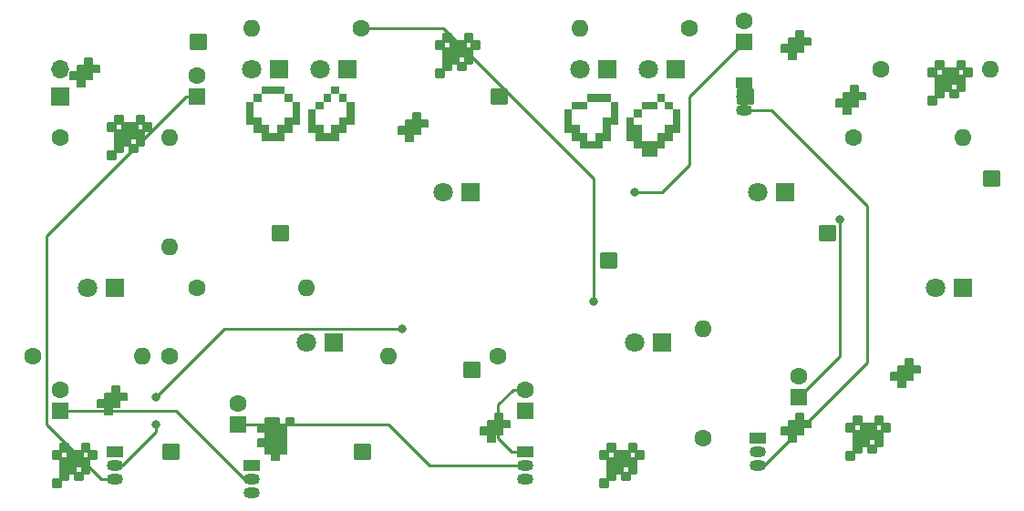
<source format=gbr>
%TF.GenerationSoftware,KiCad,Pcbnew,(6.0.1)*%
%TF.CreationDate,2022-02-03T11:52:19+01:00*%
%TF.ProjectId,ruetueta-pcb,72756574-7565-4746-912d-7063622e6b69,rev?*%
%TF.SameCoordinates,Original*%
%TF.FileFunction,Copper,L1,Top*%
%TF.FilePolarity,Positive*%
%FSLAX46Y46*%
G04 Gerber Fmt 4.6, Leading zero omitted, Abs format (unit mm)*
G04 Created by KiCad (PCBNEW (6.0.1)) date 2022-02-03 11:52:19*
%MOMM*%
%LPD*%
G01*
G04 APERTURE LIST*
%TA.AperFunction,EtchedComponent*%
%ADD10C,0.264582*%
%TD*%
%TA.AperFunction,EtchedComponent*%
%ADD11C,0.132291*%
%TD*%
%TA.AperFunction,ComponentPad*%
%ADD12R,1.800000X1.800000*%
%TD*%
%TA.AperFunction,ComponentPad*%
%ADD13C,1.800000*%
%TD*%
%TA.AperFunction,ComponentPad*%
%ADD14C,1.600000*%
%TD*%
%TA.AperFunction,ComponentPad*%
%ADD15O,1.600000X1.600000*%
%TD*%
%TA.AperFunction,ComponentPad*%
%ADD16R,1.700000X1.700000*%
%TD*%
%TA.AperFunction,ComponentPad*%
%ADD17O,1.700000X1.700000*%
%TD*%
%TA.AperFunction,ComponentPad*%
%ADD18R,1.600000X1.600000*%
%TD*%
%TA.AperFunction,ComponentPad*%
%ADD19R,1.500000X1.050000*%
%TD*%
%TA.AperFunction,ComponentPad*%
%ADD20O,1.500000X1.050000*%
%TD*%
%TA.AperFunction,ViaPad*%
%ADD21C,0.800000*%
%TD*%
%TA.AperFunction,Conductor*%
%ADD22C,0.250000*%
%TD*%
G04 APERTURE END LIST*
%TO.C,REF\u002A\u002A*%
G36*
X183744682Y-36748937D02*
G01*
X183744682Y-36028369D01*
X184465249Y-36028369D01*
X184465249Y-35307802D01*
X185185816Y-35307802D01*
X185185816Y-34587235D01*
X185906384Y-34587235D01*
X185906384Y-35307802D01*
X185185816Y-35307802D01*
X185185816Y-36028369D01*
X184465249Y-36028369D01*
X184465249Y-36748937D01*
X183744682Y-36748937D01*
X183744682Y-38190071D01*
X184465249Y-38190071D01*
X184465249Y-38910639D01*
X185185816Y-38910639D01*
X185185816Y-38190071D01*
X185906384Y-38190071D01*
X185906384Y-37469504D01*
X186626951Y-37469504D01*
X186626951Y-36028369D01*
X185906384Y-36028369D01*
X185906384Y-35307802D01*
X186626951Y-35307802D01*
X186626951Y-36028369D01*
X187347519Y-36028369D01*
X187347519Y-38190071D01*
X186626951Y-38190071D01*
X186626951Y-38910639D01*
X185906384Y-38910639D01*
X185906384Y-39631206D01*
X183744682Y-39631206D01*
X183744682Y-38910639D01*
X183024114Y-38910639D01*
X183024114Y-36748937D01*
X183744682Y-36748937D01*
G37*
G36*
X213287944Y-37469504D02*
G01*
X213287944Y-36748937D01*
X214008511Y-36748937D01*
X214008511Y-36028369D01*
X215449646Y-36028369D01*
X215449646Y-35307802D01*
X216170214Y-35307802D01*
X216170214Y-36028369D01*
X215449646Y-36028369D01*
X215449646Y-36748937D01*
X214008511Y-36748937D01*
X214008511Y-37469504D01*
X213287944Y-37469504D01*
X213287944Y-38190071D01*
X214008511Y-38190071D01*
X214008511Y-39631206D01*
X215449646Y-39631206D01*
X215449646Y-38910639D01*
X216170214Y-38910639D01*
X216170214Y-38190071D01*
X216890781Y-38190071D01*
X216890781Y-36748937D01*
X216170214Y-36748937D01*
X216170214Y-36028369D01*
X216890781Y-36028369D01*
X216890781Y-36748937D01*
X217611348Y-36748937D01*
X217611348Y-38910639D01*
X216890781Y-38910639D01*
X216890781Y-39631206D01*
X216170214Y-39631206D01*
X216170214Y-40351774D01*
X215449646Y-40351774D01*
X215449646Y-41072341D01*
X214008511Y-41072341D01*
X214008511Y-40351774D01*
X213287944Y-40351774D01*
X213287944Y-39631206D01*
X212567377Y-39631206D01*
X212567377Y-37469504D01*
X213287944Y-37469504D01*
G37*
G36*
X177980143Y-36028369D02*
G01*
X177980143Y-35307802D01*
X178700710Y-35307802D01*
X178700710Y-34587235D01*
X180862412Y-34587235D01*
X180862412Y-35307802D01*
X178700710Y-35307802D01*
X178700710Y-36028369D01*
X177980143Y-36028369D01*
X177980143Y-37469504D01*
X178700710Y-37469504D01*
X178700710Y-38190071D01*
X179421277Y-38190071D01*
X179421277Y-38910639D01*
X180141845Y-38910639D01*
X180141845Y-38190071D01*
X180862412Y-38190071D01*
X180862412Y-37469504D01*
X181582980Y-37469504D01*
X181582980Y-36028369D01*
X180862412Y-36028369D01*
X180862412Y-35307802D01*
X181582980Y-35307802D01*
X181582980Y-36028369D01*
X182303547Y-36028369D01*
X182303547Y-38190071D01*
X181582980Y-38190071D01*
X181582980Y-38910639D01*
X180862412Y-38910639D01*
X180862412Y-39631206D01*
X178700710Y-39631206D01*
X178700710Y-38910639D01*
X177980143Y-38910639D01*
X177980143Y-38190071D01*
X177259575Y-38190071D01*
X177259575Y-36028369D01*
X177980143Y-36028369D01*
G37*
G36*
X207523405Y-36748937D02*
G01*
X207523405Y-36028369D01*
X208964540Y-36028369D01*
X208964540Y-35307802D01*
X211126242Y-35307802D01*
X211126242Y-36028369D01*
X208964540Y-36028369D01*
X208964540Y-36748937D01*
X207523405Y-36748937D01*
X207523405Y-38190071D01*
X208243972Y-38190071D01*
X208243972Y-38910639D01*
X208964540Y-38910639D01*
X208964540Y-39631206D01*
X209685107Y-39631206D01*
X209685107Y-38910639D01*
X210405675Y-38910639D01*
X210405675Y-37469504D01*
X211126242Y-37469504D01*
X211126242Y-36028369D01*
X211846809Y-36028369D01*
X211846809Y-38190071D01*
X211126242Y-38190071D01*
X211126242Y-39631206D01*
X210405675Y-39631206D01*
X210405675Y-40351774D01*
X208243972Y-40351774D01*
X208243972Y-39631206D01*
X207523405Y-39631206D01*
X207523405Y-38910639D01*
X206802838Y-38910639D01*
X206802838Y-36748937D01*
X207523405Y-36748937D01*
G37*
D10*
X233018542Y-65934166D02*
X233018542Y-66595625D01*
X233018542Y-66595625D02*
X233680000Y-66595625D01*
X233680000Y-66595625D02*
X233680000Y-65934166D01*
X233680000Y-65934166D02*
X233018542Y-65934166D01*
X233018542Y-65934166D02*
X233018542Y-65934166D01*
G36*
X233680000Y-66595625D02*
G01*
X233018542Y-66595625D01*
X233018542Y-65934166D01*
X233680000Y-65934166D01*
X233680000Y-66595625D01*
G37*
X233680000Y-66595625D02*
X233018542Y-66595625D01*
X233018542Y-65934166D01*
X233680000Y-65934166D01*
X233680000Y-66595625D01*
X235664375Y-67257083D02*
X235664375Y-67918541D01*
X235664375Y-67918541D02*
X236325833Y-67918541D01*
X236325833Y-67918541D02*
X236325833Y-67257083D01*
X236325833Y-67257083D02*
X235664375Y-67257083D01*
X235664375Y-67257083D02*
X235664375Y-67257083D01*
G36*
X236325833Y-67918541D02*
G01*
X235664375Y-67918541D01*
X235664375Y-67257083D01*
X236325833Y-67257083D01*
X236325833Y-67918541D01*
G37*
X236325833Y-67918541D02*
X235664375Y-67918541D01*
X235664375Y-67257083D01*
X236325833Y-67257083D01*
X236325833Y-67918541D01*
X234341458Y-65934166D02*
X234341458Y-67257083D01*
X234341458Y-67257083D02*
X234341458Y-67918541D01*
X234341458Y-67918541D02*
X235002917Y-67918541D01*
X235002917Y-67918541D02*
X235002917Y-67257083D01*
X235002917Y-67257083D02*
X235664375Y-67257083D01*
X235664375Y-67257083D02*
X235664375Y-66595625D01*
X235664375Y-66595625D02*
X235664375Y-65934166D01*
X235664375Y-65934166D02*
X234341458Y-65934166D01*
X234341458Y-65934166D02*
X234341458Y-65934166D01*
G36*
X235664375Y-67257083D02*
G01*
X235002917Y-67257083D01*
X235002917Y-67918541D01*
X234341458Y-67918541D01*
X234341458Y-65934166D01*
X235664375Y-65934166D01*
X235664375Y-67257083D01*
G37*
X235664375Y-67257083D02*
X235002917Y-67257083D01*
X235002917Y-67918541D01*
X234341458Y-67918541D01*
X234341458Y-65934166D01*
X235664375Y-65934166D01*
X235664375Y-67257083D01*
X235664375Y-65934166D02*
X236325833Y-65934166D01*
X236325833Y-65934166D02*
X236325833Y-65272708D01*
X236325833Y-65272708D02*
X235664375Y-65272708D01*
X235664375Y-65272708D02*
X235664375Y-65934166D01*
X235664375Y-65934166D02*
X235664375Y-65934166D01*
G36*
X236325833Y-65934166D02*
G01*
X235664375Y-65934166D01*
X235664375Y-65272708D01*
X236325833Y-65272708D01*
X236325833Y-65934166D01*
G37*
X236325833Y-65934166D02*
X235664375Y-65934166D01*
X235664375Y-65272708D01*
X236325833Y-65272708D01*
X236325833Y-65934166D01*
X235002917Y-66595625D02*
X235664375Y-66595625D01*
X235664375Y-66595625D02*
X235664375Y-65934166D01*
X235664375Y-65934166D02*
X235002917Y-65934166D01*
X235002917Y-65934166D02*
X235002917Y-66595625D01*
X235002917Y-66595625D02*
X235002917Y-66595625D01*
G36*
X235664375Y-66595625D02*
G01*
X235002917Y-66595625D01*
X235002917Y-65934166D01*
X235664375Y-65934166D01*
X235664375Y-66595625D01*
G37*
X235664375Y-66595625D02*
X235002917Y-66595625D01*
X235002917Y-65934166D01*
X235664375Y-65934166D01*
X235664375Y-66595625D01*
X233680000Y-65272708D02*
X233680000Y-65934166D01*
X233680000Y-65934166D02*
X234341458Y-65934166D01*
X234341458Y-65934166D02*
X234341458Y-65272708D01*
X234341458Y-65272708D02*
X233680000Y-65272708D01*
X233680000Y-65272708D02*
X233680000Y-65272708D01*
G36*
X234341458Y-65934166D02*
G01*
X233680000Y-65934166D01*
X233680000Y-65272708D01*
X234341458Y-65272708D01*
X234341458Y-65934166D01*
G37*
X234341458Y-65934166D02*
X233680000Y-65934166D01*
X233680000Y-65272708D01*
X234341458Y-65272708D01*
X234341458Y-65934166D01*
X234341458Y-67918541D02*
X233680000Y-67918541D01*
X233680000Y-67918541D02*
X233680000Y-68580000D01*
X233680000Y-68580000D02*
X234341458Y-68580000D01*
X234341458Y-68580000D02*
X234341458Y-67918541D01*
X234341458Y-67918541D02*
X234341458Y-67918541D01*
G36*
X234341458Y-68580000D02*
G01*
X233680000Y-68580000D01*
X233680000Y-67918541D01*
X234341458Y-67918541D01*
X234341458Y-68580000D01*
G37*
X234341458Y-68580000D02*
X233680000Y-68580000D01*
X233680000Y-67918541D01*
X234341458Y-67918541D01*
X234341458Y-68580000D01*
X235664375Y-66595625D02*
X235664375Y-67257083D01*
X235664375Y-67257083D02*
X236325833Y-67257083D01*
X236325833Y-67257083D02*
X236325833Y-66595625D01*
X236325833Y-66595625D02*
X235664375Y-66595625D01*
X235664375Y-66595625D02*
X235664375Y-66595625D01*
G36*
X236325833Y-67257083D02*
G01*
X235664375Y-67257083D01*
X235664375Y-66595625D01*
X236325833Y-66595625D01*
X236325833Y-67257083D01*
G37*
X236325833Y-67257083D02*
X235664375Y-67257083D01*
X235664375Y-66595625D01*
X236325833Y-66595625D01*
X236325833Y-67257083D01*
X236325833Y-65934166D02*
X236325833Y-66595625D01*
X236325833Y-66595625D02*
X236987292Y-66595625D01*
X236987292Y-66595625D02*
X236987292Y-65934166D01*
X236987292Y-65934166D02*
X236325833Y-65934166D01*
X236325833Y-65934166D02*
X236325833Y-65934166D01*
G36*
X236987292Y-66595625D02*
G01*
X236325833Y-66595625D01*
X236325833Y-65934166D01*
X236987292Y-65934166D01*
X236987292Y-66595625D01*
G37*
X236987292Y-66595625D02*
X236325833Y-66595625D01*
X236325833Y-65934166D01*
X236987292Y-65934166D01*
X236987292Y-66595625D01*
X233680000Y-66595625D02*
X233680000Y-67918541D01*
X233680000Y-67918541D02*
X233680000Y-68580000D01*
X233680000Y-68580000D02*
X234341458Y-68580000D01*
X234341458Y-68580000D02*
X234341458Y-67918541D01*
X234341458Y-67918541D02*
X235002917Y-67918541D01*
X235002917Y-67918541D02*
X235002917Y-67257083D01*
X235002917Y-67257083D02*
X235002917Y-66595625D01*
X235002917Y-66595625D02*
X233680000Y-66595625D01*
X233680000Y-66595625D02*
X233680000Y-66595625D01*
G36*
X235002917Y-67918541D02*
G01*
X234341458Y-67918541D01*
X234341458Y-68580000D01*
X233680000Y-68580000D01*
X233680000Y-66595625D01*
X235002917Y-66595625D01*
X235002917Y-67918541D01*
G37*
X235002917Y-67918541D02*
X234341458Y-67918541D01*
X234341458Y-68580000D01*
X233680000Y-68580000D01*
X233680000Y-66595625D01*
X235002917Y-66595625D01*
X235002917Y-67918541D01*
X233680000Y-68580000D02*
X233018542Y-68580000D01*
X233018542Y-68580000D02*
X233018542Y-69241458D01*
X233018542Y-69241458D02*
X233680000Y-69241458D01*
X233680000Y-69241458D02*
X233680000Y-68580000D01*
X233680000Y-68580000D02*
X233680000Y-68580000D01*
G36*
X233680000Y-69241458D02*
G01*
X233018542Y-69241458D01*
X233018542Y-68580000D01*
X233680000Y-68580000D01*
X233680000Y-69241458D01*
G37*
X233680000Y-69241458D02*
X233018542Y-69241458D01*
X233018542Y-68580000D01*
X233680000Y-68580000D01*
X233680000Y-69241458D01*
X235002917Y-67918541D02*
X235002917Y-68580000D01*
X235002917Y-68580000D02*
X235664375Y-68580000D01*
X235664375Y-68580000D02*
X235664375Y-67918541D01*
X235664375Y-67918541D02*
X235002917Y-67918541D01*
X235002917Y-67918541D02*
X235002917Y-67918541D01*
G36*
X235664375Y-68580000D02*
G01*
X235002917Y-68580000D01*
X235002917Y-67918541D01*
X235664375Y-67918541D01*
X235664375Y-68580000D01*
G37*
X235664375Y-68580000D02*
X235002917Y-68580000D01*
X235002917Y-67918541D01*
X235664375Y-67918541D01*
X235664375Y-68580000D01*
X164438542Y-37994166D02*
X164438542Y-38655625D01*
X164438542Y-38655625D02*
X165100000Y-38655625D01*
X165100000Y-38655625D02*
X165100000Y-37994166D01*
X165100000Y-37994166D02*
X164438542Y-37994166D01*
X164438542Y-37994166D02*
X164438542Y-37994166D01*
G36*
X165100000Y-38655625D02*
G01*
X164438542Y-38655625D01*
X164438542Y-37994166D01*
X165100000Y-37994166D01*
X165100000Y-38655625D01*
G37*
X165100000Y-38655625D02*
X164438542Y-38655625D01*
X164438542Y-37994166D01*
X165100000Y-37994166D01*
X165100000Y-38655625D01*
X167084375Y-39317083D02*
X167084375Y-39978541D01*
X167084375Y-39978541D02*
X167745833Y-39978541D01*
X167745833Y-39978541D02*
X167745833Y-39317083D01*
X167745833Y-39317083D02*
X167084375Y-39317083D01*
X167084375Y-39317083D02*
X167084375Y-39317083D01*
G36*
X167745833Y-39978541D02*
G01*
X167084375Y-39978541D01*
X167084375Y-39317083D01*
X167745833Y-39317083D01*
X167745833Y-39978541D01*
G37*
X167745833Y-39978541D02*
X167084375Y-39978541D01*
X167084375Y-39317083D01*
X167745833Y-39317083D01*
X167745833Y-39978541D01*
X165761458Y-37994166D02*
X165761458Y-39317083D01*
X165761458Y-39317083D02*
X165761458Y-39978541D01*
X165761458Y-39978541D02*
X166422917Y-39978541D01*
X166422917Y-39978541D02*
X166422917Y-39317083D01*
X166422917Y-39317083D02*
X167084375Y-39317083D01*
X167084375Y-39317083D02*
X167084375Y-38655625D01*
X167084375Y-38655625D02*
X167084375Y-37994166D01*
X167084375Y-37994166D02*
X165761458Y-37994166D01*
X165761458Y-37994166D02*
X165761458Y-37994166D01*
G36*
X167084375Y-39317083D02*
G01*
X166422917Y-39317083D01*
X166422917Y-39978541D01*
X165761458Y-39978541D01*
X165761458Y-37994166D01*
X167084375Y-37994166D01*
X167084375Y-39317083D01*
G37*
X167084375Y-39317083D02*
X166422917Y-39317083D01*
X166422917Y-39978541D01*
X165761458Y-39978541D01*
X165761458Y-37994166D01*
X167084375Y-37994166D01*
X167084375Y-39317083D01*
X167084375Y-37994166D02*
X167745833Y-37994166D01*
X167745833Y-37994166D02*
X167745833Y-37332708D01*
X167745833Y-37332708D02*
X167084375Y-37332708D01*
X167084375Y-37332708D02*
X167084375Y-37994166D01*
X167084375Y-37994166D02*
X167084375Y-37994166D01*
G36*
X167745833Y-37994166D02*
G01*
X167084375Y-37994166D01*
X167084375Y-37332708D01*
X167745833Y-37332708D01*
X167745833Y-37994166D01*
G37*
X167745833Y-37994166D02*
X167084375Y-37994166D01*
X167084375Y-37332708D01*
X167745833Y-37332708D01*
X167745833Y-37994166D01*
X166422917Y-38655625D02*
X167084375Y-38655625D01*
X167084375Y-38655625D02*
X167084375Y-37994166D01*
X167084375Y-37994166D02*
X166422917Y-37994166D01*
X166422917Y-37994166D02*
X166422917Y-38655625D01*
X166422917Y-38655625D02*
X166422917Y-38655625D01*
G36*
X167084375Y-38655625D02*
G01*
X166422917Y-38655625D01*
X166422917Y-37994166D01*
X167084375Y-37994166D01*
X167084375Y-38655625D01*
G37*
X167084375Y-38655625D02*
X166422917Y-38655625D01*
X166422917Y-37994166D01*
X167084375Y-37994166D01*
X167084375Y-38655625D01*
X165100000Y-37332708D02*
X165100000Y-37994166D01*
X165100000Y-37994166D02*
X165761458Y-37994166D01*
X165761458Y-37994166D02*
X165761458Y-37332708D01*
X165761458Y-37332708D02*
X165100000Y-37332708D01*
X165100000Y-37332708D02*
X165100000Y-37332708D01*
G36*
X165761458Y-37994166D02*
G01*
X165100000Y-37994166D01*
X165100000Y-37332708D01*
X165761458Y-37332708D01*
X165761458Y-37994166D01*
G37*
X165761458Y-37994166D02*
X165100000Y-37994166D01*
X165100000Y-37332708D01*
X165761458Y-37332708D01*
X165761458Y-37994166D01*
X165761458Y-39978541D02*
X165100000Y-39978541D01*
X165100000Y-39978541D02*
X165100000Y-40640000D01*
X165100000Y-40640000D02*
X165761458Y-40640000D01*
X165761458Y-40640000D02*
X165761458Y-39978541D01*
X165761458Y-39978541D02*
X165761458Y-39978541D01*
G36*
X165761458Y-40640000D02*
G01*
X165100000Y-40640000D01*
X165100000Y-39978541D01*
X165761458Y-39978541D01*
X165761458Y-40640000D01*
G37*
X165761458Y-40640000D02*
X165100000Y-40640000D01*
X165100000Y-39978541D01*
X165761458Y-39978541D01*
X165761458Y-40640000D01*
X167084375Y-38655625D02*
X167084375Y-39317083D01*
X167084375Y-39317083D02*
X167745833Y-39317083D01*
X167745833Y-39317083D02*
X167745833Y-38655625D01*
X167745833Y-38655625D02*
X167084375Y-38655625D01*
X167084375Y-38655625D02*
X167084375Y-38655625D01*
G36*
X167745833Y-39317083D02*
G01*
X167084375Y-39317083D01*
X167084375Y-38655625D01*
X167745833Y-38655625D01*
X167745833Y-39317083D01*
G37*
X167745833Y-39317083D02*
X167084375Y-39317083D01*
X167084375Y-38655625D01*
X167745833Y-38655625D01*
X167745833Y-39317083D01*
X167745833Y-37994166D02*
X167745833Y-38655625D01*
X167745833Y-38655625D02*
X168407292Y-38655625D01*
X168407292Y-38655625D02*
X168407292Y-37994166D01*
X168407292Y-37994166D02*
X167745833Y-37994166D01*
X167745833Y-37994166D02*
X167745833Y-37994166D01*
G36*
X168407292Y-38655625D02*
G01*
X167745833Y-38655625D01*
X167745833Y-37994166D01*
X168407292Y-37994166D01*
X168407292Y-38655625D01*
G37*
X168407292Y-38655625D02*
X167745833Y-38655625D01*
X167745833Y-37994166D01*
X168407292Y-37994166D01*
X168407292Y-38655625D01*
X165100000Y-38655625D02*
X165100000Y-39978541D01*
X165100000Y-39978541D02*
X165100000Y-40640000D01*
X165100000Y-40640000D02*
X165761458Y-40640000D01*
X165761458Y-40640000D02*
X165761458Y-39978541D01*
X165761458Y-39978541D02*
X166422917Y-39978541D01*
X166422917Y-39978541D02*
X166422917Y-39317083D01*
X166422917Y-39317083D02*
X166422917Y-38655625D01*
X166422917Y-38655625D02*
X165100000Y-38655625D01*
X165100000Y-38655625D02*
X165100000Y-38655625D01*
G36*
X166422917Y-39978541D02*
G01*
X165761458Y-39978541D01*
X165761458Y-40640000D01*
X165100000Y-40640000D01*
X165100000Y-38655625D01*
X166422917Y-38655625D01*
X166422917Y-39978541D01*
G37*
X166422917Y-39978541D02*
X165761458Y-39978541D01*
X165761458Y-40640000D01*
X165100000Y-40640000D01*
X165100000Y-38655625D01*
X166422917Y-38655625D01*
X166422917Y-39978541D01*
X165100000Y-40640000D02*
X164438542Y-40640000D01*
X164438542Y-40640000D02*
X164438542Y-41301458D01*
X164438542Y-41301458D02*
X165100000Y-41301458D01*
X165100000Y-41301458D02*
X165100000Y-40640000D01*
X165100000Y-40640000D02*
X165100000Y-40640000D01*
G36*
X165100000Y-41301458D02*
G01*
X164438542Y-41301458D01*
X164438542Y-40640000D01*
X165100000Y-40640000D01*
X165100000Y-41301458D01*
G37*
X165100000Y-41301458D02*
X164438542Y-41301458D01*
X164438542Y-40640000D01*
X165100000Y-40640000D01*
X165100000Y-41301458D01*
X166422917Y-39978541D02*
X166422917Y-40640000D01*
X166422917Y-40640000D02*
X167084375Y-40640000D01*
X167084375Y-40640000D02*
X167084375Y-39978541D01*
X167084375Y-39978541D02*
X166422917Y-39978541D01*
X166422917Y-39978541D02*
X166422917Y-39978541D01*
G36*
X167084375Y-40640000D02*
G01*
X166422917Y-40640000D01*
X166422917Y-39978541D01*
X167084375Y-39978541D01*
X167084375Y-40640000D01*
G37*
X167084375Y-40640000D02*
X166422917Y-40640000D01*
X166422917Y-39978541D01*
X167084375Y-39978541D01*
X167084375Y-40640000D01*
X230540580Y-47534863D02*
X231863497Y-47534863D01*
X231863497Y-47534863D02*
X231863497Y-48857779D01*
X231863497Y-48857779D02*
X230540580Y-48857779D01*
X230540580Y-48857779D02*
X230540580Y-47534863D01*
X230540580Y-47534863D02*
X230540580Y-47534863D01*
G36*
X231863497Y-48857779D02*
G01*
X230540580Y-48857779D01*
X230540580Y-47534863D01*
X231863497Y-47534863D01*
X231863497Y-48857779D01*
G37*
X231863497Y-48857779D02*
X230540580Y-48857779D01*
X230540580Y-47534863D01*
X231863497Y-47534863D01*
X231863497Y-48857779D01*
X240638542Y-32914166D02*
X240638542Y-33575625D01*
X240638542Y-33575625D02*
X241300000Y-33575625D01*
X241300000Y-33575625D02*
X241300000Y-32914166D01*
X241300000Y-32914166D02*
X240638542Y-32914166D01*
X240638542Y-32914166D02*
X240638542Y-32914166D01*
G36*
X241300000Y-33575625D02*
G01*
X240638542Y-33575625D01*
X240638542Y-32914166D01*
X241300000Y-32914166D01*
X241300000Y-33575625D01*
G37*
X241300000Y-33575625D02*
X240638542Y-33575625D01*
X240638542Y-32914166D01*
X241300000Y-32914166D01*
X241300000Y-33575625D01*
X243284375Y-34237083D02*
X243284375Y-34898541D01*
X243284375Y-34898541D02*
X243945833Y-34898541D01*
X243945833Y-34898541D02*
X243945833Y-34237083D01*
X243945833Y-34237083D02*
X243284375Y-34237083D01*
X243284375Y-34237083D02*
X243284375Y-34237083D01*
G36*
X243945833Y-34898541D02*
G01*
X243284375Y-34898541D01*
X243284375Y-34237083D01*
X243945833Y-34237083D01*
X243945833Y-34898541D01*
G37*
X243945833Y-34898541D02*
X243284375Y-34898541D01*
X243284375Y-34237083D01*
X243945833Y-34237083D01*
X243945833Y-34898541D01*
X241961458Y-32914166D02*
X241961458Y-34237083D01*
X241961458Y-34237083D02*
X241961458Y-34898541D01*
X241961458Y-34898541D02*
X242622917Y-34898541D01*
X242622917Y-34898541D02*
X242622917Y-34237083D01*
X242622917Y-34237083D02*
X243284375Y-34237083D01*
X243284375Y-34237083D02*
X243284375Y-33575625D01*
X243284375Y-33575625D02*
X243284375Y-32914166D01*
X243284375Y-32914166D02*
X241961458Y-32914166D01*
X241961458Y-32914166D02*
X241961458Y-32914166D01*
G36*
X243284375Y-34237083D02*
G01*
X242622917Y-34237083D01*
X242622917Y-34898541D01*
X241961458Y-34898541D01*
X241961458Y-32914166D01*
X243284375Y-32914166D01*
X243284375Y-34237083D01*
G37*
X243284375Y-34237083D02*
X242622917Y-34237083D01*
X242622917Y-34898541D01*
X241961458Y-34898541D01*
X241961458Y-32914166D01*
X243284375Y-32914166D01*
X243284375Y-34237083D01*
X243284375Y-32914166D02*
X243945833Y-32914166D01*
X243945833Y-32914166D02*
X243945833Y-32252708D01*
X243945833Y-32252708D02*
X243284375Y-32252708D01*
X243284375Y-32252708D02*
X243284375Y-32914166D01*
X243284375Y-32914166D02*
X243284375Y-32914166D01*
G36*
X243945833Y-32914166D02*
G01*
X243284375Y-32914166D01*
X243284375Y-32252708D01*
X243945833Y-32252708D01*
X243945833Y-32914166D01*
G37*
X243945833Y-32914166D02*
X243284375Y-32914166D01*
X243284375Y-32252708D01*
X243945833Y-32252708D01*
X243945833Y-32914166D01*
X242622917Y-33575625D02*
X243284375Y-33575625D01*
X243284375Y-33575625D02*
X243284375Y-32914166D01*
X243284375Y-32914166D02*
X242622917Y-32914166D01*
X242622917Y-32914166D02*
X242622917Y-33575625D01*
X242622917Y-33575625D02*
X242622917Y-33575625D01*
G36*
X243284375Y-33575625D02*
G01*
X242622917Y-33575625D01*
X242622917Y-32914166D01*
X243284375Y-32914166D01*
X243284375Y-33575625D01*
G37*
X243284375Y-33575625D02*
X242622917Y-33575625D01*
X242622917Y-32914166D01*
X243284375Y-32914166D01*
X243284375Y-33575625D01*
X241300000Y-32252708D02*
X241300000Y-32914166D01*
X241300000Y-32914166D02*
X241961458Y-32914166D01*
X241961458Y-32914166D02*
X241961458Y-32252708D01*
X241961458Y-32252708D02*
X241300000Y-32252708D01*
X241300000Y-32252708D02*
X241300000Y-32252708D01*
G36*
X241961458Y-32914166D02*
G01*
X241300000Y-32914166D01*
X241300000Y-32252708D01*
X241961458Y-32252708D01*
X241961458Y-32914166D01*
G37*
X241961458Y-32914166D02*
X241300000Y-32914166D01*
X241300000Y-32252708D01*
X241961458Y-32252708D01*
X241961458Y-32914166D01*
X241961458Y-34898541D02*
X241300000Y-34898541D01*
X241300000Y-34898541D02*
X241300000Y-35560000D01*
X241300000Y-35560000D02*
X241961458Y-35560000D01*
X241961458Y-35560000D02*
X241961458Y-34898541D01*
X241961458Y-34898541D02*
X241961458Y-34898541D01*
G36*
X241961458Y-35560000D02*
G01*
X241300000Y-35560000D01*
X241300000Y-34898541D01*
X241961458Y-34898541D01*
X241961458Y-35560000D01*
G37*
X241961458Y-35560000D02*
X241300000Y-35560000D01*
X241300000Y-34898541D01*
X241961458Y-34898541D01*
X241961458Y-35560000D01*
X243284375Y-33575625D02*
X243284375Y-34237083D01*
X243284375Y-34237083D02*
X243945833Y-34237083D01*
X243945833Y-34237083D02*
X243945833Y-33575625D01*
X243945833Y-33575625D02*
X243284375Y-33575625D01*
X243284375Y-33575625D02*
X243284375Y-33575625D01*
G36*
X243945833Y-34237083D02*
G01*
X243284375Y-34237083D01*
X243284375Y-33575625D01*
X243945833Y-33575625D01*
X243945833Y-34237083D01*
G37*
X243945833Y-34237083D02*
X243284375Y-34237083D01*
X243284375Y-33575625D01*
X243945833Y-33575625D01*
X243945833Y-34237083D01*
X243945833Y-32914166D02*
X243945833Y-33575625D01*
X243945833Y-33575625D02*
X244607292Y-33575625D01*
X244607292Y-33575625D02*
X244607292Y-32914166D01*
X244607292Y-32914166D02*
X243945833Y-32914166D01*
X243945833Y-32914166D02*
X243945833Y-32914166D01*
G36*
X244607292Y-33575625D02*
G01*
X243945833Y-33575625D01*
X243945833Y-32914166D01*
X244607292Y-32914166D01*
X244607292Y-33575625D01*
G37*
X244607292Y-33575625D02*
X243945833Y-33575625D01*
X243945833Y-32914166D01*
X244607292Y-32914166D01*
X244607292Y-33575625D01*
X241300000Y-33575625D02*
X241300000Y-34898541D01*
X241300000Y-34898541D02*
X241300000Y-35560000D01*
X241300000Y-35560000D02*
X241961458Y-35560000D01*
X241961458Y-35560000D02*
X241961458Y-34898541D01*
X241961458Y-34898541D02*
X242622917Y-34898541D01*
X242622917Y-34898541D02*
X242622917Y-34237083D01*
X242622917Y-34237083D02*
X242622917Y-33575625D01*
X242622917Y-33575625D02*
X241300000Y-33575625D01*
X241300000Y-33575625D02*
X241300000Y-33575625D01*
G36*
X242622917Y-34898541D02*
G01*
X241961458Y-34898541D01*
X241961458Y-35560000D01*
X241300000Y-35560000D01*
X241300000Y-33575625D01*
X242622917Y-33575625D01*
X242622917Y-34898541D01*
G37*
X242622917Y-34898541D02*
X241961458Y-34898541D01*
X241961458Y-35560000D01*
X241300000Y-35560000D01*
X241300000Y-33575625D01*
X242622917Y-33575625D01*
X242622917Y-34898541D01*
X241300000Y-35560000D02*
X240638542Y-35560000D01*
X240638542Y-35560000D02*
X240638542Y-36221458D01*
X240638542Y-36221458D02*
X241300000Y-36221458D01*
X241300000Y-36221458D02*
X241300000Y-35560000D01*
X241300000Y-35560000D02*
X241300000Y-35560000D01*
G36*
X241300000Y-36221458D02*
G01*
X240638542Y-36221458D01*
X240638542Y-35560000D01*
X241300000Y-35560000D01*
X241300000Y-36221458D01*
G37*
X241300000Y-36221458D02*
X240638542Y-36221458D01*
X240638542Y-35560000D01*
X241300000Y-35560000D01*
X241300000Y-36221458D01*
X242622917Y-34898541D02*
X242622917Y-35560000D01*
X242622917Y-35560000D02*
X243284375Y-35560000D01*
X243284375Y-35560000D02*
X243284375Y-34898541D01*
X243284375Y-34898541D02*
X242622917Y-34898541D01*
X242622917Y-34898541D02*
X242622917Y-34898541D01*
G36*
X243284375Y-35560000D02*
G01*
X242622917Y-35560000D01*
X242622917Y-34898541D01*
X243284375Y-34898541D01*
X243284375Y-35560000D01*
G37*
X243284375Y-35560000D02*
X242622917Y-35560000D01*
X242622917Y-34898541D01*
X243284375Y-34898541D01*
X243284375Y-35560000D01*
X194918542Y-30374166D02*
X194918542Y-31035625D01*
X194918542Y-31035625D02*
X195580000Y-31035625D01*
X195580000Y-31035625D02*
X195580000Y-30374166D01*
X195580000Y-30374166D02*
X194918542Y-30374166D01*
X194918542Y-30374166D02*
X194918542Y-30374166D01*
G36*
X195580000Y-31035625D02*
G01*
X194918542Y-31035625D01*
X194918542Y-30374166D01*
X195580000Y-30374166D01*
X195580000Y-31035625D01*
G37*
X195580000Y-31035625D02*
X194918542Y-31035625D01*
X194918542Y-30374166D01*
X195580000Y-30374166D01*
X195580000Y-31035625D01*
X197564375Y-31697083D02*
X197564375Y-32358541D01*
X197564375Y-32358541D02*
X198225833Y-32358541D01*
X198225833Y-32358541D02*
X198225833Y-31697083D01*
X198225833Y-31697083D02*
X197564375Y-31697083D01*
X197564375Y-31697083D02*
X197564375Y-31697083D01*
G36*
X198225833Y-32358541D02*
G01*
X197564375Y-32358541D01*
X197564375Y-31697083D01*
X198225833Y-31697083D01*
X198225833Y-32358541D01*
G37*
X198225833Y-32358541D02*
X197564375Y-32358541D01*
X197564375Y-31697083D01*
X198225833Y-31697083D01*
X198225833Y-32358541D01*
X196241458Y-30374166D02*
X196241458Y-31697083D01*
X196241458Y-31697083D02*
X196241458Y-32358541D01*
X196241458Y-32358541D02*
X196902917Y-32358541D01*
X196902917Y-32358541D02*
X196902917Y-31697083D01*
X196902917Y-31697083D02*
X197564375Y-31697083D01*
X197564375Y-31697083D02*
X197564375Y-31035625D01*
X197564375Y-31035625D02*
X197564375Y-30374166D01*
X197564375Y-30374166D02*
X196241458Y-30374166D01*
X196241458Y-30374166D02*
X196241458Y-30374166D01*
G36*
X197564375Y-31697083D02*
G01*
X196902917Y-31697083D01*
X196902917Y-32358541D01*
X196241458Y-32358541D01*
X196241458Y-30374166D01*
X197564375Y-30374166D01*
X197564375Y-31697083D01*
G37*
X197564375Y-31697083D02*
X196902917Y-31697083D01*
X196902917Y-32358541D01*
X196241458Y-32358541D01*
X196241458Y-30374166D01*
X197564375Y-30374166D01*
X197564375Y-31697083D01*
X197564375Y-30374166D02*
X198225833Y-30374166D01*
X198225833Y-30374166D02*
X198225833Y-29712708D01*
X198225833Y-29712708D02*
X197564375Y-29712708D01*
X197564375Y-29712708D02*
X197564375Y-30374166D01*
X197564375Y-30374166D02*
X197564375Y-30374166D01*
G36*
X198225833Y-30374166D02*
G01*
X197564375Y-30374166D01*
X197564375Y-29712708D01*
X198225833Y-29712708D01*
X198225833Y-30374166D01*
G37*
X198225833Y-30374166D02*
X197564375Y-30374166D01*
X197564375Y-29712708D01*
X198225833Y-29712708D01*
X198225833Y-30374166D01*
X196902917Y-31035625D02*
X197564375Y-31035625D01*
X197564375Y-31035625D02*
X197564375Y-30374166D01*
X197564375Y-30374166D02*
X196902917Y-30374166D01*
X196902917Y-30374166D02*
X196902917Y-31035625D01*
X196902917Y-31035625D02*
X196902917Y-31035625D01*
G36*
X197564375Y-31035625D02*
G01*
X196902917Y-31035625D01*
X196902917Y-30374166D01*
X197564375Y-30374166D01*
X197564375Y-31035625D01*
G37*
X197564375Y-31035625D02*
X196902917Y-31035625D01*
X196902917Y-30374166D01*
X197564375Y-30374166D01*
X197564375Y-31035625D01*
X195580000Y-29712708D02*
X195580000Y-30374166D01*
X195580000Y-30374166D02*
X196241458Y-30374166D01*
X196241458Y-30374166D02*
X196241458Y-29712708D01*
X196241458Y-29712708D02*
X195580000Y-29712708D01*
X195580000Y-29712708D02*
X195580000Y-29712708D01*
G36*
X196241458Y-30374166D02*
G01*
X195580000Y-30374166D01*
X195580000Y-29712708D01*
X196241458Y-29712708D01*
X196241458Y-30374166D01*
G37*
X196241458Y-30374166D02*
X195580000Y-30374166D01*
X195580000Y-29712708D01*
X196241458Y-29712708D01*
X196241458Y-30374166D01*
X196241458Y-32358541D02*
X195580000Y-32358541D01*
X195580000Y-32358541D02*
X195580000Y-33020000D01*
X195580000Y-33020000D02*
X196241458Y-33020000D01*
X196241458Y-33020000D02*
X196241458Y-32358541D01*
X196241458Y-32358541D02*
X196241458Y-32358541D01*
G36*
X196241458Y-33020000D02*
G01*
X195580000Y-33020000D01*
X195580000Y-32358541D01*
X196241458Y-32358541D01*
X196241458Y-33020000D01*
G37*
X196241458Y-33020000D02*
X195580000Y-33020000D01*
X195580000Y-32358541D01*
X196241458Y-32358541D01*
X196241458Y-33020000D01*
X197564375Y-31035625D02*
X197564375Y-31697083D01*
X197564375Y-31697083D02*
X198225833Y-31697083D01*
X198225833Y-31697083D02*
X198225833Y-31035625D01*
X198225833Y-31035625D02*
X197564375Y-31035625D01*
X197564375Y-31035625D02*
X197564375Y-31035625D01*
G36*
X198225833Y-31697083D02*
G01*
X197564375Y-31697083D01*
X197564375Y-31035625D01*
X198225833Y-31035625D01*
X198225833Y-31697083D01*
G37*
X198225833Y-31697083D02*
X197564375Y-31697083D01*
X197564375Y-31035625D01*
X198225833Y-31035625D01*
X198225833Y-31697083D01*
X198225833Y-30374166D02*
X198225833Y-31035625D01*
X198225833Y-31035625D02*
X198887292Y-31035625D01*
X198887292Y-31035625D02*
X198887292Y-30374166D01*
X198887292Y-30374166D02*
X198225833Y-30374166D01*
X198225833Y-30374166D02*
X198225833Y-30374166D01*
G36*
X198887292Y-31035625D02*
G01*
X198225833Y-31035625D01*
X198225833Y-30374166D01*
X198887292Y-30374166D01*
X198887292Y-31035625D01*
G37*
X198887292Y-31035625D02*
X198225833Y-31035625D01*
X198225833Y-30374166D01*
X198887292Y-30374166D01*
X198887292Y-31035625D01*
X195580000Y-31035625D02*
X195580000Y-32358541D01*
X195580000Y-32358541D02*
X195580000Y-33020000D01*
X195580000Y-33020000D02*
X196241458Y-33020000D01*
X196241458Y-33020000D02*
X196241458Y-32358541D01*
X196241458Y-32358541D02*
X196902917Y-32358541D01*
X196902917Y-32358541D02*
X196902917Y-31697083D01*
X196902917Y-31697083D02*
X196902917Y-31035625D01*
X196902917Y-31035625D02*
X195580000Y-31035625D01*
X195580000Y-31035625D02*
X195580000Y-31035625D01*
G36*
X196902917Y-32358541D02*
G01*
X196241458Y-32358541D01*
X196241458Y-33020000D01*
X195580000Y-33020000D01*
X195580000Y-31035625D01*
X196902917Y-31035625D01*
X196902917Y-32358541D01*
G37*
X196902917Y-32358541D02*
X196241458Y-32358541D01*
X196241458Y-33020000D01*
X195580000Y-33020000D01*
X195580000Y-31035625D01*
X196902917Y-31035625D01*
X196902917Y-32358541D01*
X195580000Y-33020000D02*
X194918542Y-33020000D01*
X194918542Y-33020000D02*
X194918542Y-33681458D01*
X194918542Y-33681458D02*
X195580000Y-33681458D01*
X195580000Y-33681458D02*
X195580000Y-33020000D01*
X195580000Y-33020000D02*
X195580000Y-33020000D01*
G36*
X195580000Y-33681458D02*
G01*
X194918542Y-33681458D01*
X194918542Y-33020000D01*
X195580000Y-33020000D01*
X195580000Y-33681458D01*
G37*
X195580000Y-33681458D02*
X194918542Y-33681458D01*
X194918542Y-33020000D01*
X195580000Y-33020000D01*
X195580000Y-33681458D01*
X196902917Y-32358541D02*
X196902917Y-33020000D01*
X196902917Y-33020000D02*
X197564375Y-33020000D01*
X197564375Y-33020000D02*
X197564375Y-32358541D01*
X197564375Y-32358541D02*
X196902917Y-32358541D01*
X196902917Y-32358541D02*
X196902917Y-32358541D01*
G36*
X197564375Y-33020000D02*
G01*
X196902917Y-33020000D01*
X196902917Y-32358541D01*
X197564375Y-32358541D01*
X197564375Y-33020000D01*
G37*
X197564375Y-33020000D02*
X196902917Y-33020000D01*
X196902917Y-32358541D01*
X197564375Y-32358541D01*
X197564375Y-33020000D01*
X245780580Y-42454863D02*
X247103497Y-42454863D01*
X247103497Y-42454863D02*
X247103497Y-43777779D01*
X247103497Y-43777779D02*
X245780580Y-43777779D01*
X245780580Y-43777779D02*
X245780580Y-42454863D01*
X245780580Y-42454863D02*
X245780580Y-42454863D01*
G36*
X247103497Y-43777779D02*
G01*
X245780580Y-43777779D01*
X245780580Y-42454863D01*
X247103497Y-42454863D01*
X247103497Y-43777779D01*
G37*
X247103497Y-43777779D02*
X245780580Y-43777779D01*
X245780580Y-42454863D01*
X247103497Y-42454863D01*
X247103497Y-43777779D01*
X222920580Y-34834863D02*
X224243497Y-34834863D01*
X224243497Y-34834863D02*
X224243497Y-36157779D01*
X224243497Y-36157779D02*
X222920580Y-36157779D01*
X222920580Y-36157779D02*
X222920580Y-34834863D01*
X222920580Y-34834863D02*
X222920580Y-34834863D01*
G36*
X224243497Y-36157779D02*
G01*
X222920580Y-36157779D01*
X222920580Y-34834863D01*
X224243497Y-34834863D01*
X224243497Y-36157779D01*
G37*
X224243497Y-36157779D02*
X222920580Y-36157779D01*
X222920580Y-34834863D01*
X224243497Y-34834863D01*
X224243497Y-36157779D01*
X197520580Y-60234863D02*
X198843497Y-60234863D01*
X198843497Y-60234863D02*
X198843497Y-61557779D01*
X198843497Y-61557779D02*
X197520580Y-61557779D01*
X197520580Y-61557779D02*
X197520580Y-60234863D01*
X197520580Y-60234863D02*
X197520580Y-60234863D01*
G36*
X198843497Y-61557779D02*
G01*
X197520580Y-61557779D01*
X197520580Y-60234863D01*
X198843497Y-60234863D01*
X198843497Y-61557779D01*
G37*
X198843497Y-61557779D02*
X197520580Y-61557779D01*
X197520580Y-60234863D01*
X198843497Y-60234863D01*
X198843497Y-61557779D01*
X200060580Y-34834863D02*
X201383497Y-34834863D01*
X201383497Y-34834863D02*
X201383497Y-36157779D01*
X201383497Y-36157779D02*
X200060580Y-36157779D01*
X200060580Y-36157779D02*
X200060580Y-34834863D01*
X200060580Y-34834863D02*
X200060580Y-34834863D01*
G36*
X201383497Y-36157779D02*
G01*
X200060580Y-36157779D01*
X200060580Y-34834863D01*
X201383497Y-34834863D01*
X201383497Y-36157779D01*
G37*
X201383497Y-36157779D02*
X200060580Y-36157779D01*
X200060580Y-34834863D01*
X201383497Y-34834863D01*
X201383497Y-36157779D01*
D11*
X180340000Y-67362917D02*
X181001458Y-67362917D01*
X181001458Y-67362917D02*
X181001458Y-68685834D01*
X181001458Y-68685834D02*
X180340000Y-68685834D01*
X180340000Y-68685834D02*
X180340000Y-67362917D01*
X180340000Y-67362917D02*
X180340000Y-67362917D01*
G36*
X181001458Y-68685834D02*
G01*
X180340000Y-68685834D01*
X180340000Y-67362917D01*
X181001458Y-67362917D01*
X181001458Y-68685834D01*
G37*
X181001458Y-68685834D02*
X180340000Y-68685834D01*
X180340000Y-67362917D01*
X181001458Y-67362917D01*
X181001458Y-68685834D01*
X178355625Y-67362917D02*
X179017084Y-67362917D01*
X179017084Y-67362917D02*
X179017084Y-68024375D01*
X179017084Y-68024375D02*
X178355625Y-68024375D01*
X178355625Y-68024375D02*
X178355625Y-67362917D01*
X178355625Y-67362917D02*
X178355625Y-67362917D01*
G36*
X179017084Y-68024375D02*
G01*
X178355625Y-68024375D01*
X178355625Y-67362917D01*
X179017084Y-67362917D01*
X179017084Y-68024375D01*
G37*
X179017084Y-68024375D02*
X178355625Y-68024375D01*
X178355625Y-67362917D01*
X179017084Y-67362917D01*
X179017084Y-68024375D01*
X179678542Y-68024375D02*
X180340000Y-68024375D01*
X180340000Y-68024375D02*
X180340000Y-69347292D01*
X180340000Y-69347292D02*
X179678542Y-69347292D01*
X179678542Y-69347292D02*
X179678542Y-68024375D01*
X179678542Y-68024375D02*
X179678542Y-68024375D01*
G36*
X180340000Y-69347292D02*
G01*
X179678542Y-69347292D01*
X179678542Y-68024375D01*
X180340000Y-68024375D01*
X180340000Y-69347292D01*
G37*
X180340000Y-69347292D02*
X179678542Y-69347292D01*
X179678542Y-68024375D01*
X180340000Y-68024375D01*
X180340000Y-69347292D01*
X178355625Y-66040000D02*
X179678542Y-66040000D01*
X179678542Y-66040000D02*
X179678542Y-66701459D01*
X179678542Y-66701459D02*
X178355625Y-66701459D01*
X178355625Y-66701459D02*
X178355625Y-66040000D01*
X178355625Y-66040000D02*
X178355625Y-66040000D01*
G36*
X179678542Y-66701459D02*
G01*
X178355625Y-66701459D01*
X178355625Y-66040000D01*
X179678542Y-66040000D01*
X179678542Y-66701459D01*
G37*
X179678542Y-66701459D02*
X178355625Y-66701459D01*
X178355625Y-66040000D01*
X179678542Y-66040000D01*
X179678542Y-66701459D01*
X179017083Y-66701459D02*
X179678542Y-66701459D01*
X179678542Y-66701459D02*
X179678542Y-67362917D01*
X179678542Y-67362917D02*
X179017083Y-67362917D01*
X179017083Y-67362917D02*
X179017083Y-66701459D01*
X179017083Y-66701459D02*
X179017083Y-66701459D01*
G36*
X179678542Y-67362917D02*
G01*
X179017083Y-67362917D01*
X179017083Y-66701459D01*
X179678542Y-66701459D01*
X179678542Y-67362917D01*
G37*
X179678542Y-67362917D02*
X179017083Y-67362917D01*
X179017083Y-66701459D01*
X179678542Y-66701459D01*
X179678542Y-67362917D01*
X179017084Y-66701459D02*
X180340000Y-66701459D01*
X180340000Y-66701459D02*
X180340000Y-68024375D01*
X180340000Y-68024375D02*
X179017084Y-68024375D01*
X179017084Y-68024375D02*
X179017084Y-66701459D01*
X179017084Y-66701459D02*
X179017084Y-66701459D01*
G36*
X180340000Y-68024375D02*
G01*
X179017084Y-68024375D01*
X179017084Y-66701459D01*
X180340000Y-66701459D01*
X180340000Y-68024375D01*
G37*
X180340000Y-68024375D02*
X179017084Y-68024375D01*
X179017084Y-66701459D01*
X180340000Y-66701459D01*
X180340000Y-68024375D01*
X179678542Y-66040000D02*
X181001458Y-66040000D01*
X181001458Y-66040000D02*
X181001458Y-67362917D01*
X181001458Y-67362917D02*
X179678542Y-67362917D01*
X179678542Y-67362917D02*
X179678542Y-66040000D01*
X179678542Y-66040000D02*
X179678542Y-66040000D01*
G36*
X181001458Y-67362917D02*
G01*
X179678542Y-67362917D01*
X179678542Y-66040000D01*
X181001458Y-66040000D01*
X181001458Y-67362917D01*
G37*
X181001458Y-67362917D02*
X179678542Y-67362917D01*
X179678542Y-66040000D01*
X181001458Y-66040000D01*
X181001458Y-67362917D01*
X181001458Y-65378542D02*
X181662917Y-65378542D01*
X181662917Y-65378542D02*
X181662917Y-66040000D01*
X181662917Y-66040000D02*
X181001458Y-66040000D01*
X181001458Y-66040000D02*
X181001458Y-65378542D01*
X181001458Y-65378542D02*
X181001458Y-65378542D01*
G36*
X181662917Y-66040000D02*
G01*
X181001458Y-66040000D01*
X181001458Y-65378542D01*
X181662917Y-65378542D01*
X181662917Y-66040000D01*
G37*
X181662917Y-66040000D02*
X181001458Y-66040000D01*
X181001458Y-65378542D01*
X181662917Y-65378542D01*
X181662917Y-66040000D01*
X180340000Y-66040000D02*
X181001458Y-66040000D01*
X181001458Y-66040000D02*
X181001458Y-66701459D01*
X181001458Y-66701459D02*
X180340000Y-66701459D01*
X180340000Y-66701459D02*
X180340000Y-66040000D01*
X180340000Y-66040000D02*
X180340000Y-66040000D01*
G36*
X181001458Y-66701459D02*
G01*
X180340000Y-66701459D01*
X180340000Y-66040000D01*
X181001458Y-66040000D01*
X181001458Y-66701459D01*
G37*
X181001458Y-66701459D02*
X180340000Y-66701459D01*
X180340000Y-66040000D01*
X181001458Y-66040000D01*
X181001458Y-66701459D01*
X179017084Y-68024375D02*
X179678542Y-68024375D01*
X179678542Y-68024375D02*
X179678542Y-68685834D01*
X179678542Y-68685834D02*
X179017084Y-68685834D01*
X179017084Y-68685834D02*
X179017084Y-68024375D01*
X179017084Y-68024375D02*
X179017084Y-68024375D01*
G36*
X179678542Y-68685834D02*
G01*
X179017084Y-68685834D01*
X179017084Y-68024375D01*
X179678542Y-68024375D01*
X179678542Y-68685834D01*
G37*
X179678542Y-68685834D02*
X179017084Y-68685834D01*
X179017084Y-68024375D01*
X179678542Y-68024375D01*
X179678542Y-68685834D01*
X179678542Y-67362917D02*
X180340000Y-67362917D01*
X180340000Y-67362917D02*
X180340000Y-68024375D01*
X180340000Y-68024375D02*
X179678542Y-68024375D01*
X179678542Y-68024375D02*
X179678542Y-67362917D01*
X179678542Y-67362917D02*
X179678542Y-67362917D01*
G36*
X180340000Y-68024375D02*
G01*
X179678542Y-68024375D01*
X179678542Y-67362917D01*
X180340000Y-67362917D01*
X180340000Y-68024375D01*
G37*
X180340000Y-68024375D02*
X179678542Y-68024375D01*
X179678542Y-67362917D01*
X180340000Y-67362917D01*
X180340000Y-68024375D01*
X179017083Y-65378542D02*
X180340000Y-65378542D01*
X180340000Y-65378542D02*
X180340000Y-66040000D01*
X180340000Y-66040000D02*
X179017083Y-66040000D01*
X179017083Y-66040000D02*
X179017083Y-65378542D01*
X179017083Y-65378542D02*
X179017083Y-65378542D01*
G36*
X180340000Y-66040000D02*
G01*
X179017083Y-66040000D01*
X179017083Y-65378542D01*
X180340000Y-65378542D01*
X180340000Y-66040000D01*
G37*
X180340000Y-66040000D02*
X179017083Y-66040000D01*
X179017083Y-65378542D01*
X180340000Y-65378542D01*
X180340000Y-66040000D01*
D10*
X172120580Y-29754863D02*
X173443497Y-29754863D01*
X173443497Y-29754863D02*
X173443497Y-31077779D01*
X173443497Y-31077779D02*
X172120580Y-31077779D01*
X172120580Y-31077779D02*
X172120580Y-29754863D01*
X172120580Y-29754863D02*
X172120580Y-29754863D01*
G36*
X173443497Y-31077779D02*
G01*
X172120580Y-31077779D01*
X172120580Y-29754863D01*
X173443497Y-29754863D01*
X173443497Y-31077779D01*
G37*
X173443497Y-31077779D02*
X172120580Y-31077779D01*
X172120580Y-29754863D01*
X173443497Y-29754863D01*
X173443497Y-31077779D01*
X179740580Y-47534863D02*
X181063497Y-47534863D01*
X181063497Y-47534863D02*
X181063497Y-48857779D01*
X181063497Y-48857779D02*
X179740580Y-48857779D01*
X179740580Y-48857779D02*
X179740580Y-47534863D01*
X179740580Y-47534863D02*
X179740580Y-47534863D01*
G36*
X181063497Y-48857779D02*
G01*
X179740580Y-48857779D01*
X179740580Y-47534863D01*
X181063497Y-47534863D01*
X181063497Y-48857779D01*
G37*
X181063497Y-48857779D02*
X179740580Y-48857779D01*
X179740580Y-47534863D01*
X181063497Y-47534863D01*
X181063497Y-48857779D01*
X210158542Y-68474166D02*
X210158542Y-69135625D01*
X210158542Y-69135625D02*
X210820000Y-69135625D01*
X210820000Y-69135625D02*
X210820000Y-68474166D01*
X210820000Y-68474166D02*
X210158542Y-68474166D01*
X210158542Y-68474166D02*
X210158542Y-68474166D01*
G36*
X210820000Y-69135625D02*
G01*
X210158542Y-69135625D01*
X210158542Y-68474166D01*
X210820000Y-68474166D01*
X210820000Y-69135625D01*
G37*
X210820000Y-69135625D02*
X210158542Y-69135625D01*
X210158542Y-68474166D01*
X210820000Y-68474166D01*
X210820000Y-69135625D01*
X212804375Y-69797083D02*
X212804375Y-70458541D01*
X212804375Y-70458541D02*
X213465833Y-70458541D01*
X213465833Y-70458541D02*
X213465833Y-69797083D01*
X213465833Y-69797083D02*
X212804375Y-69797083D01*
X212804375Y-69797083D02*
X212804375Y-69797083D01*
G36*
X213465833Y-70458541D02*
G01*
X212804375Y-70458541D01*
X212804375Y-69797083D01*
X213465833Y-69797083D01*
X213465833Y-70458541D01*
G37*
X213465833Y-70458541D02*
X212804375Y-70458541D01*
X212804375Y-69797083D01*
X213465833Y-69797083D01*
X213465833Y-70458541D01*
X211481458Y-68474166D02*
X211481458Y-69797083D01*
X211481458Y-69797083D02*
X211481458Y-70458541D01*
X211481458Y-70458541D02*
X212142917Y-70458541D01*
X212142917Y-70458541D02*
X212142917Y-69797083D01*
X212142917Y-69797083D02*
X212804375Y-69797083D01*
X212804375Y-69797083D02*
X212804375Y-69135625D01*
X212804375Y-69135625D02*
X212804375Y-68474166D01*
X212804375Y-68474166D02*
X211481458Y-68474166D01*
X211481458Y-68474166D02*
X211481458Y-68474166D01*
G36*
X212804375Y-69797083D02*
G01*
X212142917Y-69797083D01*
X212142917Y-70458541D01*
X211481458Y-70458541D01*
X211481458Y-68474166D01*
X212804375Y-68474166D01*
X212804375Y-69797083D01*
G37*
X212804375Y-69797083D02*
X212142917Y-69797083D01*
X212142917Y-70458541D01*
X211481458Y-70458541D01*
X211481458Y-68474166D01*
X212804375Y-68474166D01*
X212804375Y-69797083D01*
X212804375Y-68474166D02*
X213465833Y-68474166D01*
X213465833Y-68474166D02*
X213465833Y-67812708D01*
X213465833Y-67812708D02*
X212804375Y-67812708D01*
X212804375Y-67812708D02*
X212804375Y-68474166D01*
X212804375Y-68474166D02*
X212804375Y-68474166D01*
G36*
X213465833Y-68474166D02*
G01*
X212804375Y-68474166D01*
X212804375Y-67812708D01*
X213465833Y-67812708D01*
X213465833Y-68474166D01*
G37*
X213465833Y-68474166D02*
X212804375Y-68474166D01*
X212804375Y-67812708D01*
X213465833Y-67812708D01*
X213465833Y-68474166D01*
X212142917Y-69135625D02*
X212804375Y-69135625D01*
X212804375Y-69135625D02*
X212804375Y-68474166D01*
X212804375Y-68474166D02*
X212142917Y-68474166D01*
X212142917Y-68474166D02*
X212142917Y-69135625D01*
X212142917Y-69135625D02*
X212142917Y-69135625D01*
G36*
X212804375Y-69135625D02*
G01*
X212142917Y-69135625D01*
X212142917Y-68474166D01*
X212804375Y-68474166D01*
X212804375Y-69135625D01*
G37*
X212804375Y-69135625D02*
X212142917Y-69135625D01*
X212142917Y-68474166D01*
X212804375Y-68474166D01*
X212804375Y-69135625D01*
X210820000Y-67812708D02*
X210820000Y-68474166D01*
X210820000Y-68474166D02*
X211481458Y-68474166D01*
X211481458Y-68474166D02*
X211481458Y-67812708D01*
X211481458Y-67812708D02*
X210820000Y-67812708D01*
X210820000Y-67812708D02*
X210820000Y-67812708D01*
G36*
X211481458Y-68474166D02*
G01*
X210820000Y-68474166D01*
X210820000Y-67812708D01*
X211481458Y-67812708D01*
X211481458Y-68474166D01*
G37*
X211481458Y-68474166D02*
X210820000Y-68474166D01*
X210820000Y-67812708D01*
X211481458Y-67812708D01*
X211481458Y-68474166D01*
X211481458Y-70458541D02*
X210820000Y-70458541D01*
X210820000Y-70458541D02*
X210820000Y-71120000D01*
X210820000Y-71120000D02*
X211481458Y-71120000D01*
X211481458Y-71120000D02*
X211481458Y-70458541D01*
X211481458Y-70458541D02*
X211481458Y-70458541D01*
G36*
X211481458Y-71120000D02*
G01*
X210820000Y-71120000D01*
X210820000Y-70458541D01*
X211481458Y-70458541D01*
X211481458Y-71120000D01*
G37*
X211481458Y-71120000D02*
X210820000Y-71120000D01*
X210820000Y-70458541D01*
X211481458Y-70458541D01*
X211481458Y-71120000D01*
X212804375Y-69135625D02*
X212804375Y-69797083D01*
X212804375Y-69797083D02*
X213465833Y-69797083D01*
X213465833Y-69797083D02*
X213465833Y-69135625D01*
X213465833Y-69135625D02*
X212804375Y-69135625D01*
X212804375Y-69135625D02*
X212804375Y-69135625D01*
G36*
X213465833Y-69797083D02*
G01*
X212804375Y-69797083D01*
X212804375Y-69135625D01*
X213465833Y-69135625D01*
X213465833Y-69797083D01*
G37*
X213465833Y-69797083D02*
X212804375Y-69797083D01*
X212804375Y-69135625D01*
X213465833Y-69135625D01*
X213465833Y-69797083D01*
X213465833Y-68474166D02*
X213465833Y-69135625D01*
X213465833Y-69135625D02*
X214127292Y-69135625D01*
X214127292Y-69135625D02*
X214127292Y-68474166D01*
X214127292Y-68474166D02*
X213465833Y-68474166D01*
X213465833Y-68474166D02*
X213465833Y-68474166D01*
G36*
X214127292Y-69135625D02*
G01*
X213465833Y-69135625D01*
X213465833Y-68474166D01*
X214127292Y-68474166D01*
X214127292Y-69135625D01*
G37*
X214127292Y-69135625D02*
X213465833Y-69135625D01*
X213465833Y-68474166D01*
X214127292Y-68474166D01*
X214127292Y-69135625D01*
X210820000Y-69135625D02*
X210820000Y-70458541D01*
X210820000Y-70458541D02*
X210820000Y-71120000D01*
X210820000Y-71120000D02*
X211481458Y-71120000D01*
X211481458Y-71120000D02*
X211481458Y-70458541D01*
X211481458Y-70458541D02*
X212142917Y-70458541D01*
X212142917Y-70458541D02*
X212142917Y-69797083D01*
X212142917Y-69797083D02*
X212142917Y-69135625D01*
X212142917Y-69135625D02*
X210820000Y-69135625D01*
X210820000Y-69135625D02*
X210820000Y-69135625D01*
G36*
X212142917Y-70458541D02*
G01*
X211481458Y-70458541D01*
X211481458Y-71120000D01*
X210820000Y-71120000D01*
X210820000Y-69135625D01*
X212142917Y-69135625D01*
X212142917Y-70458541D01*
G37*
X212142917Y-70458541D02*
X211481458Y-70458541D01*
X211481458Y-71120000D01*
X210820000Y-71120000D01*
X210820000Y-69135625D01*
X212142917Y-69135625D01*
X212142917Y-70458541D01*
X210820000Y-71120000D02*
X210158542Y-71120000D01*
X210158542Y-71120000D02*
X210158542Y-71781458D01*
X210158542Y-71781458D02*
X210820000Y-71781458D01*
X210820000Y-71781458D02*
X210820000Y-71120000D01*
X210820000Y-71120000D02*
X210820000Y-71120000D01*
G36*
X210820000Y-71781458D02*
G01*
X210158542Y-71781458D01*
X210158542Y-71120000D01*
X210820000Y-71120000D01*
X210820000Y-71781458D01*
G37*
X210820000Y-71781458D02*
X210158542Y-71781458D01*
X210158542Y-71120000D01*
X210820000Y-71120000D01*
X210820000Y-71781458D01*
X212142917Y-70458541D02*
X212142917Y-71120000D01*
X212142917Y-71120000D02*
X212804375Y-71120000D01*
X212804375Y-71120000D02*
X212804375Y-70458541D01*
X212804375Y-70458541D02*
X212142917Y-70458541D01*
X212142917Y-70458541D02*
X212142917Y-70458541D01*
G36*
X212804375Y-71120000D02*
G01*
X212142917Y-71120000D01*
X212142917Y-70458541D01*
X212804375Y-70458541D01*
X212804375Y-71120000D01*
G37*
X212804375Y-71120000D02*
X212142917Y-71120000D01*
X212142917Y-70458541D01*
X212804375Y-70458541D01*
X212804375Y-71120000D01*
X169580580Y-67854863D02*
X170903497Y-67854863D01*
X170903497Y-67854863D02*
X170903497Y-69177779D01*
X170903497Y-69177779D02*
X169580580Y-69177779D01*
X169580580Y-69177779D02*
X169580580Y-67854863D01*
X169580580Y-67854863D02*
X169580580Y-67854863D01*
G36*
X170903497Y-69177779D02*
G01*
X169580580Y-69177779D01*
X169580580Y-67854863D01*
X170903497Y-67854863D01*
X170903497Y-69177779D01*
G37*
X170903497Y-69177779D02*
X169580580Y-69177779D01*
X169580580Y-67854863D01*
X170903497Y-67854863D01*
X170903497Y-69177779D01*
X210220580Y-50074863D02*
X211543497Y-50074863D01*
X211543497Y-50074863D02*
X211543497Y-51397779D01*
X211543497Y-51397779D02*
X210220580Y-51397779D01*
X210220580Y-51397779D02*
X210220580Y-50074863D01*
X210220580Y-50074863D02*
X210220580Y-50074863D01*
G36*
X211543497Y-51397779D02*
G01*
X210220580Y-51397779D01*
X210220580Y-50074863D01*
X211543497Y-50074863D01*
X211543497Y-51397779D01*
G37*
X211543497Y-51397779D02*
X210220580Y-51397779D01*
X210220580Y-50074863D01*
X211543497Y-50074863D01*
X211543497Y-51397779D01*
X159358542Y-68474166D02*
X159358542Y-69135625D01*
X159358542Y-69135625D02*
X160020000Y-69135625D01*
X160020000Y-69135625D02*
X160020000Y-68474166D01*
X160020000Y-68474166D02*
X159358542Y-68474166D01*
X159358542Y-68474166D02*
X159358542Y-68474166D01*
G36*
X160020000Y-69135625D02*
G01*
X159358542Y-69135625D01*
X159358542Y-68474166D01*
X160020000Y-68474166D01*
X160020000Y-69135625D01*
G37*
X160020000Y-69135625D02*
X159358542Y-69135625D01*
X159358542Y-68474166D01*
X160020000Y-68474166D01*
X160020000Y-69135625D01*
X162004375Y-69797083D02*
X162004375Y-70458541D01*
X162004375Y-70458541D02*
X162665833Y-70458541D01*
X162665833Y-70458541D02*
X162665833Y-69797083D01*
X162665833Y-69797083D02*
X162004375Y-69797083D01*
X162004375Y-69797083D02*
X162004375Y-69797083D01*
G36*
X162665833Y-70458541D02*
G01*
X162004375Y-70458541D01*
X162004375Y-69797083D01*
X162665833Y-69797083D01*
X162665833Y-70458541D01*
G37*
X162665833Y-70458541D02*
X162004375Y-70458541D01*
X162004375Y-69797083D01*
X162665833Y-69797083D01*
X162665833Y-70458541D01*
X160681458Y-68474166D02*
X160681458Y-69797083D01*
X160681458Y-69797083D02*
X160681458Y-70458541D01*
X160681458Y-70458541D02*
X161342917Y-70458541D01*
X161342917Y-70458541D02*
X161342917Y-69797083D01*
X161342917Y-69797083D02*
X162004375Y-69797083D01*
X162004375Y-69797083D02*
X162004375Y-69135625D01*
X162004375Y-69135625D02*
X162004375Y-68474166D01*
X162004375Y-68474166D02*
X160681458Y-68474166D01*
X160681458Y-68474166D02*
X160681458Y-68474166D01*
G36*
X162004375Y-69797083D02*
G01*
X161342917Y-69797083D01*
X161342917Y-70458541D01*
X160681458Y-70458541D01*
X160681458Y-68474166D01*
X162004375Y-68474166D01*
X162004375Y-69797083D01*
G37*
X162004375Y-69797083D02*
X161342917Y-69797083D01*
X161342917Y-70458541D01*
X160681458Y-70458541D01*
X160681458Y-68474166D01*
X162004375Y-68474166D01*
X162004375Y-69797083D01*
X162004375Y-68474166D02*
X162665833Y-68474166D01*
X162665833Y-68474166D02*
X162665833Y-67812708D01*
X162665833Y-67812708D02*
X162004375Y-67812708D01*
X162004375Y-67812708D02*
X162004375Y-68474166D01*
X162004375Y-68474166D02*
X162004375Y-68474166D01*
G36*
X162665833Y-68474166D02*
G01*
X162004375Y-68474166D01*
X162004375Y-67812708D01*
X162665833Y-67812708D01*
X162665833Y-68474166D01*
G37*
X162665833Y-68474166D02*
X162004375Y-68474166D01*
X162004375Y-67812708D01*
X162665833Y-67812708D01*
X162665833Y-68474166D01*
X161342917Y-69135625D02*
X162004375Y-69135625D01*
X162004375Y-69135625D02*
X162004375Y-68474166D01*
X162004375Y-68474166D02*
X161342917Y-68474166D01*
X161342917Y-68474166D02*
X161342917Y-69135625D01*
X161342917Y-69135625D02*
X161342917Y-69135625D01*
G36*
X162004375Y-69135625D02*
G01*
X161342917Y-69135625D01*
X161342917Y-68474166D01*
X162004375Y-68474166D01*
X162004375Y-69135625D01*
G37*
X162004375Y-69135625D02*
X161342917Y-69135625D01*
X161342917Y-68474166D01*
X162004375Y-68474166D01*
X162004375Y-69135625D01*
X160020000Y-67812708D02*
X160020000Y-68474166D01*
X160020000Y-68474166D02*
X160681458Y-68474166D01*
X160681458Y-68474166D02*
X160681458Y-67812708D01*
X160681458Y-67812708D02*
X160020000Y-67812708D01*
X160020000Y-67812708D02*
X160020000Y-67812708D01*
G36*
X160681458Y-68474166D02*
G01*
X160020000Y-68474166D01*
X160020000Y-67812708D01*
X160681458Y-67812708D01*
X160681458Y-68474166D01*
G37*
X160681458Y-68474166D02*
X160020000Y-68474166D01*
X160020000Y-67812708D01*
X160681458Y-67812708D01*
X160681458Y-68474166D01*
X160681458Y-70458541D02*
X160020000Y-70458541D01*
X160020000Y-70458541D02*
X160020000Y-71120000D01*
X160020000Y-71120000D02*
X160681458Y-71120000D01*
X160681458Y-71120000D02*
X160681458Y-70458541D01*
X160681458Y-70458541D02*
X160681458Y-70458541D01*
G36*
X160681458Y-71120000D02*
G01*
X160020000Y-71120000D01*
X160020000Y-70458541D01*
X160681458Y-70458541D01*
X160681458Y-71120000D01*
G37*
X160681458Y-71120000D02*
X160020000Y-71120000D01*
X160020000Y-70458541D01*
X160681458Y-70458541D01*
X160681458Y-71120000D01*
X162004375Y-69135625D02*
X162004375Y-69797083D01*
X162004375Y-69797083D02*
X162665833Y-69797083D01*
X162665833Y-69797083D02*
X162665833Y-69135625D01*
X162665833Y-69135625D02*
X162004375Y-69135625D01*
X162004375Y-69135625D02*
X162004375Y-69135625D01*
G36*
X162665833Y-69797083D02*
G01*
X162004375Y-69797083D01*
X162004375Y-69135625D01*
X162665833Y-69135625D01*
X162665833Y-69797083D01*
G37*
X162665833Y-69797083D02*
X162004375Y-69797083D01*
X162004375Y-69135625D01*
X162665833Y-69135625D01*
X162665833Y-69797083D01*
X162665833Y-68474166D02*
X162665833Y-69135625D01*
X162665833Y-69135625D02*
X163327292Y-69135625D01*
X163327292Y-69135625D02*
X163327292Y-68474166D01*
X163327292Y-68474166D02*
X162665833Y-68474166D01*
X162665833Y-68474166D02*
X162665833Y-68474166D01*
G36*
X163327292Y-69135625D02*
G01*
X162665833Y-69135625D01*
X162665833Y-68474166D01*
X163327292Y-68474166D01*
X163327292Y-69135625D01*
G37*
X163327292Y-69135625D02*
X162665833Y-69135625D01*
X162665833Y-68474166D01*
X163327292Y-68474166D01*
X163327292Y-69135625D01*
X160020000Y-69135625D02*
X160020000Y-70458541D01*
X160020000Y-70458541D02*
X160020000Y-71120000D01*
X160020000Y-71120000D02*
X160681458Y-71120000D01*
X160681458Y-71120000D02*
X160681458Y-70458541D01*
X160681458Y-70458541D02*
X161342917Y-70458541D01*
X161342917Y-70458541D02*
X161342917Y-69797083D01*
X161342917Y-69797083D02*
X161342917Y-69135625D01*
X161342917Y-69135625D02*
X160020000Y-69135625D01*
X160020000Y-69135625D02*
X160020000Y-69135625D01*
G36*
X161342917Y-70458541D02*
G01*
X160681458Y-70458541D01*
X160681458Y-71120000D01*
X160020000Y-71120000D01*
X160020000Y-69135625D01*
X161342917Y-69135625D01*
X161342917Y-70458541D01*
G37*
X161342917Y-70458541D02*
X160681458Y-70458541D01*
X160681458Y-71120000D01*
X160020000Y-71120000D01*
X160020000Y-69135625D01*
X161342917Y-69135625D01*
X161342917Y-70458541D01*
X160020000Y-71120000D02*
X159358542Y-71120000D01*
X159358542Y-71120000D02*
X159358542Y-71781458D01*
X159358542Y-71781458D02*
X160020000Y-71781458D01*
X160020000Y-71781458D02*
X160020000Y-71120000D01*
X160020000Y-71120000D02*
X160020000Y-71120000D01*
G36*
X160020000Y-71781458D02*
G01*
X159358542Y-71781458D01*
X159358542Y-71120000D01*
X160020000Y-71120000D01*
X160020000Y-71781458D01*
G37*
X160020000Y-71781458D02*
X159358542Y-71781458D01*
X159358542Y-71120000D01*
X160020000Y-71120000D01*
X160020000Y-71781458D01*
X161342917Y-70458541D02*
X161342917Y-71120000D01*
X161342917Y-71120000D02*
X162004375Y-71120000D01*
X162004375Y-71120000D02*
X162004375Y-70458541D01*
X162004375Y-70458541D02*
X161342917Y-70458541D01*
X161342917Y-70458541D02*
X161342917Y-70458541D01*
G36*
X162004375Y-71120000D02*
G01*
X161342917Y-71120000D01*
X161342917Y-70458541D01*
X162004375Y-70458541D01*
X162004375Y-71120000D01*
G37*
X162004375Y-71120000D02*
X161342917Y-71120000D01*
X161342917Y-70458541D01*
X162004375Y-70458541D01*
X162004375Y-71120000D01*
X187360580Y-67854863D02*
X188683497Y-67854863D01*
X188683497Y-67854863D02*
X188683497Y-69177779D01*
X188683497Y-69177779D02*
X187360580Y-69177779D01*
X187360580Y-69177779D02*
X187360580Y-67854863D01*
X187360580Y-67854863D02*
X187360580Y-67854863D01*
G36*
X188683497Y-69177779D02*
G01*
X187360580Y-69177779D01*
X187360580Y-67854863D01*
X188683497Y-67854863D01*
X188683497Y-69177779D01*
G37*
X188683497Y-69177779D02*
X187360580Y-69177779D01*
X187360580Y-67854863D01*
X188683497Y-67854863D01*
X188683497Y-69177779D01*
D11*
X227668386Y-30077035D02*
X227668386Y-30738493D01*
X227668386Y-30738493D02*
X227006928Y-30738493D01*
X227006928Y-30738493D02*
X227006928Y-31399951D01*
X227006928Y-31399951D02*
X227668386Y-31399951D01*
X227668386Y-31399951D02*
X227668386Y-32061410D01*
X227668386Y-32061410D02*
X228329845Y-32061410D01*
X228329845Y-32061410D02*
X228329845Y-31399951D01*
X228329845Y-31399951D02*
X228991303Y-31399951D01*
X228991303Y-31399951D02*
X228991303Y-30738493D01*
X228991303Y-30738493D02*
X228329845Y-30738493D01*
X228329845Y-30738493D02*
X228329845Y-30077035D01*
X228329845Y-30077035D02*
X227668386Y-30077035D01*
X227668386Y-30077035D02*
X227668386Y-30077035D01*
G36*
X228329845Y-30738493D02*
G01*
X228991303Y-30738493D01*
X228991303Y-31399951D01*
X228329845Y-31399951D01*
X228329845Y-32061410D01*
X227668386Y-32061410D01*
X227668386Y-31399951D01*
X227006928Y-31399951D01*
X227006928Y-30738493D01*
X227668386Y-30738493D01*
X227668386Y-30077035D01*
X228329845Y-30077035D01*
X228329845Y-30738493D01*
G37*
X228329845Y-30738493D02*
X228991303Y-30738493D01*
X228991303Y-31399951D01*
X228329845Y-31399951D01*
X228329845Y-32061410D01*
X227668386Y-32061410D01*
X227668386Y-31399951D01*
X227006928Y-31399951D01*
X227006928Y-30738493D01*
X227668386Y-30738493D01*
X227668386Y-30077035D01*
X228329845Y-30077035D01*
X228329845Y-30738493D01*
X228329845Y-29415576D02*
X228329845Y-30077035D01*
X228329845Y-30077035D02*
X227668386Y-30077035D01*
X227668386Y-30077035D02*
X227668386Y-30738493D01*
X227668386Y-30738493D02*
X228329845Y-30738493D01*
X228329845Y-30738493D02*
X228329845Y-31399951D01*
X228329845Y-31399951D02*
X228991303Y-31399951D01*
X228991303Y-31399951D02*
X228991303Y-30738493D01*
X228991303Y-30738493D02*
X229652761Y-30738493D01*
X229652761Y-30738493D02*
X229652761Y-30077035D01*
X229652761Y-30077035D02*
X228991303Y-30077035D01*
X228991303Y-30077035D02*
X228991303Y-29415576D01*
X228991303Y-29415576D02*
X228329845Y-29415576D01*
X228329845Y-29415576D02*
X228329845Y-29415576D01*
G36*
X228991303Y-30077035D02*
G01*
X229652761Y-30077035D01*
X229652761Y-30738493D01*
X228991303Y-30738493D01*
X228991303Y-31399951D01*
X228329845Y-31399951D01*
X228329845Y-30738493D01*
X227668386Y-30738493D01*
X227668386Y-30077035D01*
X228329845Y-30077035D01*
X228329845Y-29415576D01*
X228991303Y-29415576D01*
X228991303Y-30077035D01*
G37*
X228991303Y-30077035D02*
X229652761Y-30077035D01*
X229652761Y-30738493D01*
X228991303Y-30738493D01*
X228991303Y-31399951D01*
X228329845Y-31399951D01*
X228329845Y-30738493D01*
X227668386Y-30738493D01*
X227668386Y-30077035D01*
X228329845Y-30077035D01*
X228329845Y-29415576D01*
X228991303Y-29415576D01*
X228991303Y-30077035D01*
X228329845Y-64975576D02*
X228329845Y-65637035D01*
X228329845Y-65637035D02*
X227668386Y-65637035D01*
X227668386Y-65637035D02*
X227668386Y-66298493D01*
X227668386Y-66298493D02*
X228329845Y-66298493D01*
X228329845Y-66298493D02*
X228329845Y-66959951D01*
X228329845Y-66959951D02*
X228991303Y-66959951D01*
X228991303Y-66959951D02*
X228991303Y-66298493D01*
X228991303Y-66298493D02*
X229652761Y-66298493D01*
X229652761Y-66298493D02*
X229652761Y-65637035D01*
X229652761Y-65637035D02*
X228991303Y-65637035D01*
X228991303Y-65637035D02*
X228991303Y-64975576D01*
X228991303Y-64975576D02*
X228329845Y-64975576D01*
X228329845Y-64975576D02*
X228329845Y-64975576D01*
G36*
X228991303Y-65637035D02*
G01*
X229652761Y-65637035D01*
X229652761Y-66298493D01*
X228991303Y-66298493D01*
X228991303Y-66959951D01*
X228329845Y-66959951D01*
X228329845Y-66298493D01*
X227668386Y-66298493D01*
X227668386Y-65637035D01*
X228329845Y-65637035D01*
X228329845Y-64975576D01*
X228991303Y-64975576D01*
X228991303Y-65637035D01*
G37*
X228991303Y-65637035D02*
X229652761Y-65637035D01*
X229652761Y-66298493D01*
X228991303Y-66298493D01*
X228991303Y-66959951D01*
X228329845Y-66959951D01*
X228329845Y-66298493D01*
X227668386Y-66298493D01*
X227668386Y-65637035D01*
X228329845Y-65637035D01*
X228329845Y-64975576D01*
X228991303Y-64975576D01*
X228991303Y-65637035D01*
X227668386Y-65637035D02*
X227668386Y-66298493D01*
X227668386Y-66298493D02*
X227006928Y-66298493D01*
X227006928Y-66298493D02*
X227006928Y-66959951D01*
X227006928Y-66959951D02*
X227668386Y-66959951D01*
X227668386Y-66959951D02*
X227668386Y-67621410D01*
X227668386Y-67621410D02*
X228329845Y-67621410D01*
X228329845Y-67621410D02*
X228329845Y-66959951D01*
X228329845Y-66959951D02*
X228991303Y-66959951D01*
X228991303Y-66959951D02*
X228991303Y-66298493D01*
X228991303Y-66298493D02*
X228329845Y-66298493D01*
X228329845Y-66298493D02*
X228329845Y-65637035D01*
X228329845Y-65637035D02*
X227668386Y-65637035D01*
X227668386Y-65637035D02*
X227668386Y-65637035D01*
G36*
X228329845Y-66298493D02*
G01*
X228991303Y-66298493D01*
X228991303Y-66959951D01*
X228329845Y-66959951D01*
X228329845Y-67621410D01*
X227668386Y-67621410D01*
X227668386Y-66959951D01*
X227006928Y-66959951D01*
X227006928Y-66298493D01*
X227668386Y-66298493D01*
X227668386Y-65637035D01*
X228329845Y-65637035D01*
X228329845Y-66298493D01*
G37*
X228329845Y-66298493D02*
X228991303Y-66298493D01*
X228991303Y-66959951D01*
X228329845Y-66959951D01*
X228329845Y-67621410D01*
X227668386Y-67621410D01*
X227668386Y-66959951D01*
X227006928Y-66959951D01*
X227006928Y-66298493D01*
X227668386Y-66298493D01*
X227668386Y-65637035D01*
X228329845Y-65637035D01*
X228329845Y-66298493D01*
X164829845Y-62435576D02*
X164829845Y-63097035D01*
X164829845Y-63097035D02*
X164168386Y-63097035D01*
X164168386Y-63097035D02*
X164168386Y-63758493D01*
X164168386Y-63758493D02*
X164829845Y-63758493D01*
X164829845Y-63758493D02*
X164829845Y-64419951D01*
X164829845Y-64419951D02*
X165491303Y-64419951D01*
X165491303Y-64419951D02*
X165491303Y-63758493D01*
X165491303Y-63758493D02*
X166152761Y-63758493D01*
X166152761Y-63758493D02*
X166152761Y-63097035D01*
X166152761Y-63097035D02*
X165491303Y-63097035D01*
X165491303Y-63097035D02*
X165491303Y-62435576D01*
X165491303Y-62435576D02*
X164829845Y-62435576D01*
X164829845Y-62435576D02*
X164829845Y-62435576D01*
G36*
X165491303Y-63097035D02*
G01*
X166152761Y-63097035D01*
X166152761Y-63758493D01*
X165491303Y-63758493D01*
X165491303Y-64419951D01*
X164829845Y-64419951D01*
X164829845Y-63758493D01*
X164168386Y-63758493D01*
X164168386Y-63097035D01*
X164829845Y-63097035D01*
X164829845Y-62435576D01*
X165491303Y-62435576D01*
X165491303Y-63097035D01*
G37*
X165491303Y-63097035D02*
X166152761Y-63097035D01*
X166152761Y-63758493D01*
X165491303Y-63758493D01*
X165491303Y-64419951D01*
X164829845Y-64419951D01*
X164829845Y-63758493D01*
X164168386Y-63758493D01*
X164168386Y-63097035D01*
X164829845Y-63097035D01*
X164829845Y-62435576D01*
X165491303Y-62435576D01*
X165491303Y-63097035D01*
X164168386Y-63097035D02*
X164168386Y-63758493D01*
X164168386Y-63758493D02*
X163506928Y-63758493D01*
X163506928Y-63758493D02*
X163506928Y-64419951D01*
X163506928Y-64419951D02*
X164168386Y-64419951D01*
X164168386Y-64419951D02*
X164168386Y-65081410D01*
X164168386Y-65081410D02*
X164829845Y-65081410D01*
X164829845Y-65081410D02*
X164829845Y-64419951D01*
X164829845Y-64419951D02*
X165491303Y-64419951D01*
X165491303Y-64419951D02*
X165491303Y-63758493D01*
X165491303Y-63758493D02*
X164829845Y-63758493D01*
X164829845Y-63758493D02*
X164829845Y-63097035D01*
X164829845Y-63097035D02*
X164168386Y-63097035D01*
X164168386Y-63097035D02*
X164168386Y-63097035D01*
G36*
X164829845Y-63758493D02*
G01*
X165491303Y-63758493D01*
X165491303Y-64419951D01*
X164829845Y-64419951D01*
X164829845Y-65081410D01*
X164168386Y-65081410D01*
X164168386Y-64419951D01*
X163506928Y-64419951D01*
X163506928Y-63758493D01*
X164168386Y-63758493D01*
X164168386Y-63097035D01*
X164829845Y-63097035D01*
X164829845Y-63758493D01*
G37*
X164829845Y-63758493D02*
X165491303Y-63758493D01*
X165491303Y-64419951D01*
X164829845Y-64419951D01*
X164829845Y-65081410D01*
X164168386Y-65081410D01*
X164168386Y-64419951D01*
X163506928Y-64419951D01*
X163506928Y-63758493D01*
X164168386Y-63758493D01*
X164168386Y-63097035D01*
X164829845Y-63097035D01*
X164829845Y-63758493D01*
X162289845Y-31955576D02*
X162289845Y-32617035D01*
X162289845Y-32617035D02*
X161628386Y-32617035D01*
X161628386Y-32617035D02*
X161628386Y-33278493D01*
X161628386Y-33278493D02*
X162289845Y-33278493D01*
X162289845Y-33278493D02*
X162289845Y-33939951D01*
X162289845Y-33939951D02*
X162951303Y-33939951D01*
X162951303Y-33939951D02*
X162951303Y-33278493D01*
X162951303Y-33278493D02*
X163612761Y-33278493D01*
X163612761Y-33278493D02*
X163612761Y-32617035D01*
X163612761Y-32617035D02*
X162951303Y-32617035D01*
X162951303Y-32617035D02*
X162951303Y-31955576D01*
X162951303Y-31955576D02*
X162289845Y-31955576D01*
X162289845Y-31955576D02*
X162289845Y-31955576D01*
G36*
X162951303Y-32617035D02*
G01*
X163612761Y-32617035D01*
X163612761Y-33278493D01*
X162951303Y-33278493D01*
X162951303Y-33939951D01*
X162289845Y-33939951D01*
X162289845Y-33278493D01*
X161628386Y-33278493D01*
X161628386Y-32617035D01*
X162289845Y-32617035D01*
X162289845Y-31955576D01*
X162951303Y-31955576D01*
X162951303Y-32617035D01*
G37*
X162951303Y-32617035D02*
X163612761Y-32617035D01*
X163612761Y-33278493D01*
X162951303Y-33278493D01*
X162951303Y-33939951D01*
X162289845Y-33939951D01*
X162289845Y-33278493D01*
X161628386Y-33278493D01*
X161628386Y-32617035D01*
X162289845Y-32617035D01*
X162289845Y-31955576D01*
X162951303Y-31955576D01*
X162951303Y-32617035D01*
X161628386Y-32617035D02*
X161628386Y-33278493D01*
X161628386Y-33278493D02*
X160966928Y-33278493D01*
X160966928Y-33278493D02*
X160966928Y-33939951D01*
X160966928Y-33939951D02*
X161628386Y-33939951D01*
X161628386Y-33939951D02*
X161628386Y-34601410D01*
X161628386Y-34601410D02*
X162289845Y-34601410D01*
X162289845Y-34601410D02*
X162289845Y-33939951D01*
X162289845Y-33939951D02*
X162951303Y-33939951D01*
X162951303Y-33939951D02*
X162951303Y-33278493D01*
X162951303Y-33278493D02*
X162289845Y-33278493D01*
X162289845Y-33278493D02*
X162289845Y-32617035D01*
X162289845Y-32617035D02*
X161628386Y-32617035D01*
X161628386Y-32617035D02*
X161628386Y-32617035D01*
G36*
X162289845Y-33278493D02*
G01*
X162951303Y-33278493D01*
X162951303Y-33939951D01*
X162289845Y-33939951D01*
X162289845Y-34601410D01*
X161628386Y-34601410D01*
X161628386Y-33939951D01*
X160966928Y-33939951D01*
X160966928Y-33278493D01*
X161628386Y-33278493D01*
X161628386Y-32617035D01*
X162289845Y-32617035D01*
X162289845Y-33278493D01*
G37*
X162289845Y-33278493D02*
X162951303Y-33278493D01*
X162951303Y-33939951D01*
X162289845Y-33939951D01*
X162289845Y-34601410D01*
X161628386Y-34601410D01*
X161628386Y-33939951D01*
X160966928Y-33939951D01*
X160966928Y-33278493D01*
X161628386Y-33278493D01*
X161628386Y-32617035D01*
X162289845Y-32617035D01*
X162289845Y-33278493D01*
X192108386Y-37697035D02*
X192108386Y-38358493D01*
X192108386Y-38358493D02*
X191446928Y-38358493D01*
X191446928Y-38358493D02*
X191446928Y-39019951D01*
X191446928Y-39019951D02*
X192108386Y-39019951D01*
X192108386Y-39019951D02*
X192108386Y-39681410D01*
X192108386Y-39681410D02*
X192769845Y-39681410D01*
X192769845Y-39681410D02*
X192769845Y-39019951D01*
X192769845Y-39019951D02*
X193431303Y-39019951D01*
X193431303Y-39019951D02*
X193431303Y-38358493D01*
X193431303Y-38358493D02*
X192769845Y-38358493D01*
X192769845Y-38358493D02*
X192769845Y-37697035D01*
X192769845Y-37697035D02*
X192108386Y-37697035D01*
X192108386Y-37697035D02*
X192108386Y-37697035D01*
G36*
X192769845Y-38358493D02*
G01*
X193431303Y-38358493D01*
X193431303Y-39019951D01*
X192769845Y-39019951D01*
X192769845Y-39681410D01*
X192108386Y-39681410D01*
X192108386Y-39019951D01*
X191446928Y-39019951D01*
X191446928Y-38358493D01*
X192108386Y-38358493D01*
X192108386Y-37697035D01*
X192769845Y-37697035D01*
X192769845Y-38358493D01*
G37*
X192769845Y-38358493D02*
X193431303Y-38358493D01*
X193431303Y-39019951D01*
X192769845Y-39019951D01*
X192769845Y-39681410D01*
X192108386Y-39681410D01*
X192108386Y-39019951D01*
X191446928Y-39019951D01*
X191446928Y-38358493D01*
X192108386Y-38358493D01*
X192108386Y-37697035D01*
X192769845Y-37697035D01*
X192769845Y-38358493D01*
X192769845Y-37035576D02*
X192769845Y-37697035D01*
X192769845Y-37697035D02*
X192108386Y-37697035D01*
X192108386Y-37697035D02*
X192108386Y-38358493D01*
X192108386Y-38358493D02*
X192769845Y-38358493D01*
X192769845Y-38358493D02*
X192769845Y-39019951D01*
X192769845Y-39019951D02*
X193431303Y-39019951D01*
X193431303Y-39019951D02*
X193431303Y-38358493D01*
X193431303Y-38358493D02*
X194092761Y-38358493D01*
X194092761Y-38358493D02*
X194092761Y-37697035D01*
X194092761Y-37697035D02*
X193431303Y-37697035D01*
X193431303Y-37697035D02*
X193431303Y-37035576D01*
X193431303Y-37035576D02*
X192769845Y-37035576D01*
X192769845Y-37035576D02*
X192769845Y-37035576D01*
G36*
X193431303Y-37697035D02*
G01*
X194092761Y-37697035D01*
X194092761Y-38358493D01*
X193431303Y-38358493D01*
X193431303Y-39019951D01*
X192769845Y-39019951D01*
X192769845Y-38358493D01*
X192108386Y-38358493D01*
X192108386Y-37697035D01*
X192769845Y-37697035D01*
X192769845Y-37035576D01*
X193431303Y-37035576D01*
X193431303Y-37697035D01*
G37*
X193431303Y-37697035D02*
X194092761Y-37697035D01*
X194092761Y-38358493D01*
X193431303Y-38358493D01*
X193431303Y-39019951D01*
X192769845Y-39019951D01*
X192769845Y-38358493D01*
X192108386Y-38358493D01*
X192108386Y-37697035D01*
X192769845Y-37697035D01*
X192769845Y-37035576D01*
X193431303Y-37035576D01*
X193431303Y-37697035D01*
X232748386Y-35157035D02*
X232748386Y-35818493D01*
X232748386Y-35818493D02*
X232086928Y-35818493D01*
X232086928Y-35818493D02*
X232086928Y-36479951D01*
X232086928Y-36479951D02*
X232748386Y-36479951D01*
X232748386Y-36479951D02*
X232748386Y-37141410D01*
X232748386Y-37141410D02*
X233409845Y-37141410D01*
X233409845Y-37141410D02*
X233409845Y-36479951D01*
X233409845Y-36479951D02*
X234071303Y-36479951D01*
X234071303Y-36479951D02*
X234071303Y-35818493D01*
X234071303Y-35818493D02*
X233409845Y-35818493D01*
X233409845Y-35818493D02*
X233409845Y-35157035D01*
X233409845Y-35157035D02*
X232748386Y-35157035D01*
X232748386Y-35157035D02*
X232748386Y-35157035D01*
G36*
X233409845Y-35818493D02*
G01*
X234071303Y-35818493D01*
X234071303Y-36479951D01*
X233409845Y-36479951D01*
X233409845Y-37141410D01*
X232748386Y-37141410D01*
X232748386Y-36479951D01*
X232086928Y-36479951D01*
X232086928Y-35818493D01*
X232748386Y-35818493D01*
X232748386Y-35157035D01*
X233409845Y-35157035D01*
X233409845Y-35818493D01*
G37*
X233409845Y-35818493D02*
X234071303Y-35818493D01*
X234071303Y-36479951D01*
X233409845Y-36479951D01*
X233409845Y-37141410D01*
X232748386Y-37141410D01*
X232748386Y-36479951D01*
X232086928Y-36479951D01*
X232086928Y-35818493D01*
X232748386Y-35818493D01*
X232748386Y-35157035D01*
X233409845Y-35157035D01*
X233409845Y-35818493D01*
X233409845Y-34495576D02*
X233409845Y-35157035D01*
X233409845Y-35157035D02*
X232748386Y-35157035D01*
X232748386Y-35157035D02*
X232748386Y-35818493D01*
X232748386Y-35818493D02*
X233409845Y-35818493D01*
X233409845Y-35818493D02*
X233409845Y-36479951D01*
X233409845Y-36479951D02*
X234071303Y-36479951D01*
X234071303Y-36479951D02*
X234071303Y-35818493D01*
X234071303Y-35818493D02*
X234732761Y-35818493D01*
X234732761Y-35818493D02*
X234732761Y-35157035D01*
X234732761Y-35157035D02*
X234071303Y-35157035D01*
X234071303Y-35157035D02*
X234071303Y-34495576D01*
X234071303Y-34495576D02*
X233409845Y-34495576D01*
X233409845Y-34495576D02*
X233409845Y-34495576D01*
G36*
X234071303Y-35157035D02*
G01*
X234732761Y-35157035D01*
X234732761Y-35818493D01*
X234071303Y-35818493D01*
X234071303Y-36479951D01*
X233409845Y-36479951D01*
X233409845Y-35818493D01*
X232748386Y-35818493D01*
X232748386Y-35157035D01*
X233409845Y-35157035D01*
X233409845Y-34495576D01*
X234071303Y-34495576D01*
X234071303Y-35157035D01*
G37*
X234071303Y-35157035D02*
X234732761Y-35157035D01*
X234732761Y-35818493D01*
X234071303Y-35818493D01*
X234071303Y-36479951D01*
X233409845Y-36479951D01*
X233409845Y-35818493D01*
X232748386Y-35818493D01*
X232748386Y-35157035D01*
X233409845Y-35157035D01*
X233409845Y-34495576D01*
X234071303Y-34495576D01*
X234071303Y-35157035D01*
X237828386Y-60557035D02*
X237828386Y-61218493D01*
X237828386Y-61218493D02*
X237166928Y-61218493D01*
X237166928Y-61218493D02*
X237166928Y-61879951D01*
X237166928Y-61879951D02*
X237828386Y-61879951D01*
X237828386Y-61879951D02*
X237828386Y-62541410D01*
X237828386Y-62541410D02*
X238489845Y-62541410D01*
X238489845Y-62541410D02*
X238489845Y-61879951D01*
X238489845Y-61879951D02*
X239151303Y-61879951D01*
X239151303Y-61879951D02*
X239151303Y-61218493D01*
X239151303Y-61218493D02*
X238489845Y-61218493D01*
X238489845Y-61218493D02*
X238489845Y-60557035D01*
X238489845Y-60557035D02*
X237828386Y-60557035D01*
X237828386Y-60557035D02*
X237828386Y-60557035D01*
G36*
X238489845Y-61218493D02*
G01*
X239151303Y-61218493D01*
X239151303Y-61879951D01*
X238489845Y-61879951D01*
X238489845Y-62541410D01*
X237828386Y-62541410D01*
X237828386Y-61879951D01*
X237166928Y-61879951D01*
X237166928Y-61218493D01*
X237828386Y-61218493D01*
X237828386Y-60557035D01*
X238489845Y-60557035D01*
X238489845Y-61218493D01*
G37*
X238489845Y-61218493D02*
X239151303Y-61218493D01*
X239151303Y-61879951D01*
X238489845Y-61879951D01*
X238489845Y-62541410D01*
X237828386Y-62541410D01*
X237828386Y-61879951D01*
X237166928Y-61879951D01*
X237166928Y-61218493D01*
X237828386Y-61218493D01*
X237828386Y-60557035D01*
X238489845Y-60557035D01*
X238489845Y-61218493D01*
X238489845Y-59895576D02*
X238489845Y-60557035D01*
X238489845Y-60557035D02*
X237828386Y-60557035D01*
X237828386Y-60557035D02*
X237828386Y-61218493D01*
X237828386Y-61218493D02*
X238489845Y-61218493D01*
X238489845Y-61218493D02*
X238489845Y-61879951D01*
X238489845Y-61879951D02*
X239151303Y-61879951D01*
X239151303Y-61879951D02*
X239151303Y-61218493D01*
X239151303Y-61218493D02*
X239812761Y-61218493D01*
X239812761Y-61218493D02*
X239812761Y-60557035D01*
X239812761Y-60557035D02*
X239151303Y-60557035D01*
X239151303Y-60557035D02*
X239151303Y-59895576D01*
X239151303Y-59895576D02*
X238489845Y-59895576D01*
X238489845Y-59895576D02*
X238489845Y-59895576D01*
G36*
X239151303Y-60557035D02*
G01*
X239812761Y-60557035D01*
X239812761Y-61218493D01*
X239151303Y-61218493D01*
X239151303Y-61879951D01*
X238489845Y-61879951D01*
X238489845Y-61218493D01*
X237828386Y-61218493D01*
X237828386Y-60557035D01*
X238489845Y-60557035D01*
X238489845Y-59895576D01*
X239151303Y-59895576D01*
X239151303Y-60557035D01*
G37*
X239151303Y-60557035D02*
X239812761Y-60557035D01*
X239812761Y-61218493D01*
X239151303Y-61218493D01*
X239151303Y-61879951D01*
X238489845Y-61879951D01*
X238489845Y-61218493D01*
X237828386Y-61218493D01*
X237828386Y-60557035D01*
X238489845Y-60557035D01*
X238489845Y-59895576D01*
X239151303Y-59895576D01*
X239151303Y-60557035D01*
X199728386Y-65637035D02*
X199728386Y-66298493D01*
X199728386Y-66298493D02*
X199066928Y-66298493D01*
X199066928Y-66298493D02*
X199066928Y-66959951D01*
X199066928Y-66959951D02*
X199728386Y-66959951D01*
X199728386Y-66959951D02*
X199728386Y-67621410D01*
X199728386Y-67621410D02*
X200389845Y-67621410D01*
X200389845Y-67621410D02*
X200389845Y-66959951D01*
X200389845Y-66959951D02*
X201051303Y-66959951D01*
X201051303Y-66959951D02*
X201051303Y-66298493D01*
X201051303Y-66298493D02*
X200389845Y-66298493D01*
X200389845Y-66298493D02*
X200389845Y-65637035D01*
X200389845Y-65637035D02*
X199728386Y-65637035D01*
X199728386Y-65637035D02*
X199728386Y-65637035D01*
G36*
X200389845Y-66298493D02*
G01*
X201051303Y-66298493D01*
X201051303Y-66959951D01*
X200389845Y-66959951D01*
X200389845Y-67621410D01*
X199728386Y-67621410D01*
X199728386Y-66959951D01*
X199066928Y-66959951D01*
X199066928Y-66298493D01*
X199728386Y-66298493D01*
X199728386Y-65637035D01*
X200389845Y-65637035D01*
X200389845Y-66298493D01*
G37*
X200389845Y-66298493D02*
X201051303Y-66298493D01*
X201051303Y-66959951D01*
X200389845Y-66959951D01*
X200389845Y-67621410D01*
X199728386Y-67621410D01*
X199728386Y-66959951D01*
X199066928Y-66959951D01*
X199066928Y-66298493D01*
X199728386Y-66298493D01*
X199728386Y-65637035D01*
X200389845Y-65637035D01*
X200389845Y-66298493D01*
X200389845Y-64975576D02*
X200389845Y-65637035D01*
X200389845Y-65637035D02*
X199728386Y-65637035D01*
X199728386Y-65637035D02*
X199728386Y-66298493D01*
X199728386Y-66298493D02*
X200389845Y-66298493D01*
X200389845Y-66298493D02*
X200389845Y-66959951D01*
X200389845Y-66959951D02*
X201051303Y-66959951D01*
X201051303Y-66959951D02*
X201051303Y-66298493D01*
X201051303Y-66298493D02*
X201712761Y-66298493D01*
X201712761Y-66298493D02*
X201712761Y-65637035D01*
X201712761Y-65637035D02*
X201051303Y-65637035D01*
X201051303Y-65637035D02*
X201051303Y-64975576D01*
X201051303Y-64975576D02*
X200389845Y-64975576D01*
X200389845Y-64975576D02*
X200389845Y-64975576D01*
G36*
X201051303Y-65637035D02*
G01*
X201712761Y-65637035D01*
X201712761Y-66298493D01*
X201051303Y-66298493D01*
X201051303Y-66959951D01*
X200389845Y-66959951D01*
X200389845Y-66298493D01*
X199728386Y-66298493D01*
X199728386Y-65637035D01*
X200389845Y-65637035D01*
X200389845Y-64975576D01*
X201051303Y-64975576D01*
X201051303Y-65637035D01*
G37*
X201051303Y-65637035D02*
X201712761Y-65637035D01*
X201712761Y-66298493D01*
X201051303Y-66298493D01*
X201051303Y-66959951D01*
X200389845Y-66959951D01*
X200389845Y-66298493D01*
X199728386Y-66298493D01*
X199728386Y-65637035D01*
X200389845Y-65637035D01*
X200389845Y-64975576D01*
X201051303Y-64975576D01*
X201051303Y-65637035D01*
%TD*%
D12*
%TO.P,D2,1,K*%
%TO.N,GND*%
X215900000Y-58420000D03*
D13*
%TO.P,D2,2,A*%
%TO.N,Net-(D1-Pad1)*%
X213360000Y-58420000D03*
%TD*%
D12*
%TO.P,D5,1,K*%
%TO.N,Net-(D5-Pad1)*%
X198120000Y-44450000D03*
D13*
%TO.P,D5,2,A*%
%TO.N,Net-(D5-Pad2)*%
X195580000Y-44450000D03*
%TD*%
D12*
%TO.P,D1,1,K*%
%TO.N,Net-(D1-Pad1)*%
X165100000Y-53340000D03*
D13*
%TO.P,D1,2,A*%
%TO.N,Net-(D1-Pad2)*%
X162560000Y-53340000D03*
%TD*%
D12*
%TO.P,D3,1,K*%
%TO.N,Net-(D3-Pad1)*%
X185420000Y-58420000D03*
D13*
%TO.P,D3,2,A*%
%TO.N,Net-(D3-Pad2)*%
X182880000Y-58420000D03*
%TD*%
D12*
%TO.P,D4,1,K*%
%TO.N,GND*%
X227330000Y-44450000D03*
D13*
%TO.P,D4,2,A*%
%TO.N,Net-(D3-Pad1)*%
X224790000Y-44450000D03*
%TD*%
D12*
%TO.P,D6,1,K*%
%TO.N,GND*%
X243840000Y-53340000D03*
D13*
%TO.P,D6,2,A*%
%TO.N,Net-(D5-Pad1)*%
X241300000Y-53340000D03*
%TD*%
D14*
%TO.P,R5,1*%
%TO.N,Net-(C4-Pad2)*%
X200660000Y-59690000D03*
D15*
%TO.P,R5,2*%
%TO.N,Net-(D5-Pad2)*%
X190500000Y-59690000D03*
%TD*%
D14*
%TO.P,R8,1*%
%TO.N,Net-(C5-Pad1)*%
X233680000Y-39370000D03*
D15*
%TO.P,R8,2*%
%TO.N,GND*%
X243840000Y-39370000D03*
%TD*%
D16*
%TO.P,J1,1,Pin_1*%
%TO.N,+9V*%
X160020000Y-35560000D03*
D17*
%TO.P,J1,2,Pin_2*%
%TO.N,GND*%
X160020000Y-33020000D03*
%TD*%
D18*
%TO.P,C3,1*%
%TO.N,Net-(C3-Pad1)*%
X176530000Y-66040000D03*
D14*
%TO.P,C3,2*%
%TO.N,Net-(C3-Pad2)*%
X176530000Y-64040000D03*
%TD*%
D18*
%TO.P,C5,1*%
%TO.N,Net-(C5-Pad1)*%
X228600000Y-63500000D03*
D14*
%TO.P,C5,2*%
%TO.N,Net-(C5-Pad2)*%
X228600000Y-61500000D03*
%TD*%
%TO.P,R9,1*%
%TO.N,Net-(C6-Pad2)*%
X218440000Y-29210000D03*
D15*
%TO.P,R9,2*%
%TO.N,Net-(D9-Pad2)*%
X208280000Y-29210000D03*
%TD*%
D19*
%TO.P,Q4,1,C*%
%TO.N,Net-(C5-Pad2)*%
X224790000Y-67310000D03*
D20*
%TO.P,Q4,2,B*%
%TO.N,Net-(C4-Pad1)*%
X224790000Y-68580000D03*
%TO.P,Q4,3,E*%
%TO.N,+9V*%
X224790000Y-69850000D03*
%TD*%
D14*
%TO.P,R10,1*%
%TO.N,Net-(C6-Pad1)*%
X236220000Y-33020000D03*
D15*
%TO.P,R10,2*%
%TO.N,GND*%
X246380000Y-33020000D03*
%TD*%
D18*
%TO.P,C1,1*%
%TO.N,+9V*%
X172720000Y-35560000D03*
D14*
%TO.P,C1,2*%
%TO.N,GND*%
X172720000Y-33560000D03*
%TD*%
D18*
%TO.P,C2,1*%
%TO.N,Net-(C2-Pad1)*%
X160020000Y-64770000D03*
D14*
%TO.P,C2,2*%
%TO.N,Net-(C2-Pad2)*%
X160020000Y-62770000D03*
%TD*%
D19*
%TO.P,Q3,1,C*%
%TO.N,Net-(C4-Pad2)*%
X203200000Y-68580000D03*
D20*
%TO.P,Q3,2,B*%
%TO.N,Net-(C3-Pad1)*%
X203200000Y-69850000D03*
%TO.P,Q3,3,E*%
%TO.N,+9V*%
X203200000Y-71120000D03*
%TD*%
D12*
%TO.P,D9,1,K*%
%TO.N,Net-(D10-Pad2)*%
X210820000Y-33020000D03*
D13*
%TO.P,D9,2,A*%
%TO.N,Net-(D9-Pad2)*%
X208280000Y-33020000D03*
%TD*%
D19*
%TO.P,Q2,1,C*%
%TO.N,Net-(C3-Pad2)*%
X177800000Y-69850000D03*
D20*
%TO.P,Q2,2,B*%
%TO.N,Net-(C2-Pad1)*%
X177800000Y-71120000D03*
%TO.P,Q2,3,E*%
%TO.N,+9V*%
X177800000Y-72390000D03*
%TD*%
D19*
%TO.P,Q1,1,C*%
%TO.N,Net-(C2-Pad2)*%
X165100000Y-68580000D03*
D20*
%TO.P,Q1,2,B*%
%TO.N,Net-(C6-Pad1)*%
X165100000Y-69850000D03*
%TO.P,Q1,3,E*%
%TO.N,+9V*%
X165100000Y-71120000D03*
%TD*%
D19*
%TO.P,Q5,1,C*%
%TO.N,Net-(C6-Pad2)*%
X223520000Y-34290000D03*
D20*
%TO.P,Q5,2,B*%
%TO.N,Net-(C5-Pad1)*%
X223520000Y-35560000D03*
%TO.P,Q5,3,E*%
%TO.N,+9V*%
X223520000Y-36830000D03*
%TD*%
D18*
%TO.P,C4,1*%
%TO.N,Net-(C4-Pad1)*%
X203200000Y-64770000D03*
D14*
%TO.P,C4,2*%
%TO.N,Net-(C4-Pad2)*%
X203200000Y-62770000D03*
%TD*%
D12*
%TO.P,D8,1,K*%
%TO.N,GND*%
X186690000Y-33020000D03*
D13*
%TO.P,D8,2,A*%
%TO.N,Net-(D7-Pad1)*%
X184150000Y-33020000D03*
%TD*%
D12*
%TO.P,D10,1,K*%
%TO.N,GND*%
X217170000Y-33020000D03*
D13*
%TO.P,D10,2,A*%
%TO.N,Net-(D10-Pad2)*%
X214630000Y-33020000D03*
%TD*%
D14*
%TO.P,R4,1*%
%TO.N,Net-(C3-Pad1)*%
X170180000Y-59690000D03*
D15*
%TO.P,R4,2*%
%TO.N,GND*%
X170180000Y-49530000D03*
%TD*%
D14*
%TO.P,R7,1*%
%TO.N,Net-(C5-Pad2)*%
X187960000Y-29210000D03*
D15*
%TO.P,R7,2*%
%TO.N,Net-(D7-Pad2)*%
X177800000Y-29210000D03*
%TD*%
D14*
%TO.P,R3,1*%
%TO.N,Net-(C3-Pad2)*%
X172720000Y-53340000D03*
D15*
%TO.P,R3,2*%
%TO.N,Net-(D3-Pad2)*%
X182880000Y-53340000D03*
%TD*%
D14*
%TO.P,R1,1*%
%TO.N,Net-(C2-Pad2)*%
X160020000Y-39370000D03*
D15*
%TO.P,R1,2*%
%TO.N,Net-(D1-Pad2)*%
X170180000Y-39370000D03*
%TD*%
D18*
%TO.P,C6,1*%
%TO.N,Net-(C6-Pad1)*%
X223520000Y-30480000D03*
D14*
%TO.P,C6,2*%
%TO.N,Net-(C6-Pad2)*%
X223520000Y-28480000D03*
%TD*%
%TO.P,R2,1*%
%TO.N,Net-(C2-Pad1)*%
X157480000Y-59690000D03*
D15*
%TO.P,R2,2*%
%TO.N,GND*%
X167640000Y-59690000D03*
%TD*%
D12*
%TO.P,D7,1,K*%
%TO.N,Net-(D7-Pad1)*%
X180340000Y-33020000D03*
D13*
%TO.P,D7,2,A*%
%TO.N,Net-(D7-Pad2)*%
X177800000Y-33020000D03*
%TD*%
D14*
%TO.P,R6,1*%
%TO.N,Net-(C4-Pad1)*%
X219710000Y-67310000D03*
D15*
%TO.P,R6,2*%
%TO.N,GND*%
X219710000Y-57150000D03*
%TD*%
D21*
%TO.N,Net-(C5-Pad1)*%
X232410000Y-46990000D03*
%TO.N,Net-(C5-Pad2)*%
X209550000Y-54610000D03*
%TO.N,Net-(C6-Pad1)*%
X213360000Y-44450000D03*
X191770000Y-57150000D03*
X168910000Y-63500000D03*
X168910000Y-66040000D03*
%TD*%
D22*
%TO.N,+9V*%
X225340000Y-69850000D02*
X234950000Y-60240000D01*
X234950000Y-45720000D02*
X226060000Y-36830000D01*
X172720000Y-35560000D02*
X171670000Y-35560000D01*
X226060000Y-36830000D02*
X223520000Y-36830000D01*
X171670000Y-35560000D02*
X158750000Y-48480000D01*
X224790000Y-69850000D02*
X225340000Y-69850000D01*
X158750000Y-48480000D02*
X158750000Y-66040000D01*
X234950000Y-60240000D02*
X234950000Y-45720000D01*
X163830000Y-71120000D02*
X165100000Y-71120000D01*
X158750000Y-66040000D02*
X163830000Y-71120000D01*
%TO.N,Net-(C2-Pad1)*%
X170795978Y-64770000D02*
X177145978Y-71120000D01*
X177145978Y-71120000D02*
X177800000Y-71120000D01*
X160020000Y-64770000D02*
X170795978Y-64770000D01*
%TO.N,Net-(C3-Pad1)*%
X194310000Y-69850000D02*
X203200000Y-69850000D01*
X190500000Y-66040000D02*
X194310000Y-69850000D01*
X176530000Y-66040000D02*
X190500000Y-66040000D01*
%TO.N,Net-(C4-Pad2)*%
X202068630Y-62770000D02*
X203200000Y-62770000D01*
X200660000Y-64178630D02*
X202068630Y-62770000D01*
X200660000Y-67310000D02*
X200660000Y-64178630D01*
X203200000Y-68580000D02*
X201930000Y-68580000D01*
X201930000Y-68580000D02*
X200660000Y-67310000D01*
%TO.N,Net-(C5-Pad1)*%
X228600000Y-63500000D02*
X232410000Y-59690000D01*
X232410000Y-59690000D02*
X232410000Y-46990000D01*
%TO.N,Net-(C5-Pad2)*%
X209550000Y-54610000D02*
X209550000Y-43180000D01*
X209550000Y-43180000D02*
X195580000Y-29210000D01*
X195580000Y-29210000D02*
X187960000Y-29210000D01*
%TO.N,Net-(C6-Pad1)*%
X218440000Y-35560000D02*
X218440000Y-41910000D01*
X191770000Y-57150000D02*
X175260000Y-57150000D01*
X215900000Y-44450000D02*
X213360000Y-44450000D01*
X175260000Y-57150000D02*
X168910000Y-63500000D01*
X218440000Y-41910000D02*
X215900000Y-44450000D01*
X223520000Y-30480000D02*
X218440000Y-35560000D01*
X168910000Y-66040000D02*
X168910000Y-66694022D01*
X168910000Y-66694022D02*
X165754022Y-69850000D01*
X165754022Y-69850000D02*
X165100000Y-69850000D01*
%TD*%
M02*

</source>
